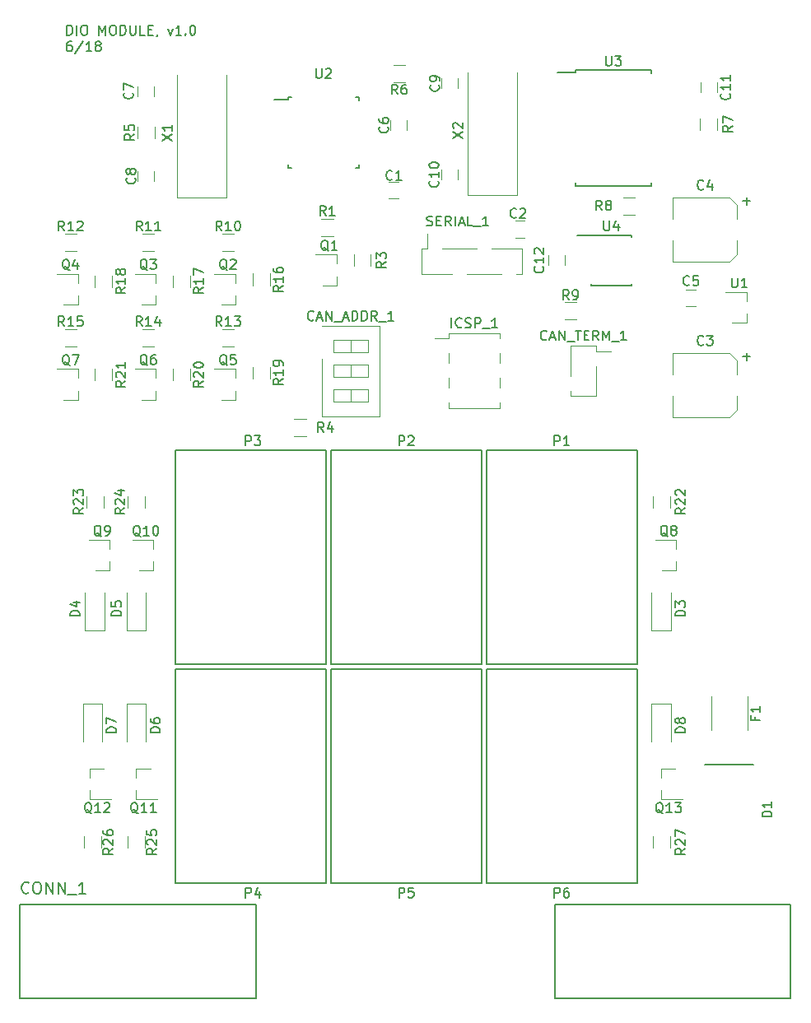
<source format=gbr>
G04 #@! TF.FileFunction,Legend,Top*
%FSLAX46Y46*%
G04 Gerber Fmt 4.6, Leading zero omitted, Abs format (unit mm)*
G04 Created by KiCad (PCBNEW 4.0.6) date 06/08/18 14:18:22*
%MOMM*%
%LPD*%
G01*
G04 APERTURE LIST*
%ADD10C,0.100000*%
%ADD11C,0.150000*%
%ADD12C,0.120000*%
G04 APERTURE END LIST*
D10*
D11*
X111638095Y-42227381D02*
X111638095Y-41227381D01*
X111876190Y-41227381D01*
X112019048Y-41275000D01*
X112114286Y-41370238D01*
X112161905Y-41465476D01*
X112209524Y-41655952D01*
X112209524Y-41798810D01*
X112161905Y-41989286D01*
X112114286Y-42084524D01*
X112019048Y-42179762D01*
X111876190Y-42227381D01*
X111638095Y-42227381D01*
X112638095Y-42227381D02*
X112638095Y-41227381D01*
X113304761Y-41227381D02*
X113495238Y-41227381D01*
X113590476Y-41275000D01*
X113685714Y-41370238D01*
X113733333Y-41560714D01*
X113733333Y-41894048D01*
X113685714Y-42084524D01*
X113590476Y-42179762D01*
X113495238Y-42227381D01*
X113304761Y-42227381D01*
X113209523Y-42179762D01*
X113114285Y-42084524D01*
X113066666Y-41894048D01*
X113066666Y-41560714D01*
X113114285Y-41370238D01*
X113209523Y-41275000D01*
X113304761Y-41227381D01*
X114923809Y-42227381D02*
X114923809Y-41227381D01*
X115257143Y-41941667D01*
X115590476Y-41227381D01*
X115590476Y-42227381D01*
X116257142Y-41227381D02*
X116447619Y-41227381D01*
X116542857Y-41275000D01*
X116638095Y-41370238D01*
X116685714Y-41560714D01*
X116685714Y-41894048D01*
X116638095Y-42084524D01*
X116542857Y-42179762D01*
X116447619Y-42227381D01*
X116257142Y-42227381D01*
X116161904Y-42179762D01*
X116066666Y-42084524D01*
X116019047Y-41894048D01*
X116019047Y-41560714D01*
X116066666Y-41370238D01*
X116161904Y-41275000D01*
X116257142Y-41227381D01*
X117114285Y-42227381D02*
X117114285Y-41227381D01*
X117352380Y-41227381D01*
X117495238Y-41275000D01*
X117590476Y-41370238D01*
X117638095Y-41465476D01*
X117685714Y-41655952D01*
X117685714Y-41798810D01*
X117638095Y-41989286D01*
X117590476Y-42084524D01*
X117495238Y-42179762D01*
X117352380Y-42227381D01*
X117114285Y-42227381D01*
X118114285Y-41227381D02*
X118114285Y-42036905D01*
X118161904Y-42132143D01*
X118209523Y-42179762D01*
X118304761Y-42227381D01*
X118495238Y-42227381D01*
X118590476Y-42179762D01*
X118638095Y-42132143D01*
X118685714Y-42036905D01*
X118685714Y-41227381D01*
X119638095Y-42227381D02*
X119161904Y-42227381D01*
X119161904Y-41227381D01*
X119971428Y-41703571D02*
X120304762Y-41703571D01*
X120447619Y-42227381D02*
X119971428Y-42227381D01*
X119971428Y-41227381D01*
X120447619Y-41227381D01*
X120923809Y-42179762D02*
X120923809Y-42227381D01*
X120876190Y-42322619D01*
X120828571Y-42370238D01*
X122019047Y-41560714D02*
X122257142Y-42227381D01*
X122495238Y-41560714D01*
X123400000Y-42227381D02*
X122828571Y-42227381D01*
X123114285Y-42227381D02*
X123114285Y-41227381D01*
X123019047Y-41370238D01*
X122923809Y-41465476D01*
X122828571Y-41513095D01*
X123828571Y-42132143D02*
X123876190Y-42179762D01*
X123828571Y-42227381D01*
X123780952Y-42179762D01*
X123828571Y-42132143D01*
X123828571Y-42227381D01*
X124495237Y-41227381D02*
X124590476Y-41227381D01*
X124685714Y-41275000D01*
X124733333Y-41322619D01*
X124780952Y-41417857D01*
X124828571Y-41608333D01*
X124828571Y-41846429D01*
X124780952Y-42036905D01*
X124733333Y-42132143D01*
X124685714Y-42179762D01*
X124590476Y-42227381D01*
X124495237Y-42227381D01*
X124399999Y-42179762D01*
X124352380Y-42132143D01*
X124304761Y-42036905D01*
X124257142Y-41846429D01*
X124257142Y-41608333D01*
X124304761Y-41417857D01*
X124352380Y-41322619D01*
X124399999Y-41275000D01*
X124495237Y-41227381D01*
X112066667Y-42877381D02*
X111876190Y-42877381D01*
X111780952Y-42925000D01*
X111733333Y-42972619D01*
X111638095Y-43115476D01*
X111590476Y-43305952D01*
X111590476Y-43686905D01*
X111638095Y-43782143D01*
X111685714Y-43829762D01*
X111780952Y-43877381D01*
X111971429Y-43877381D01*
X112066667Y-43829762D01*
X112114286Y-43782143D01*
X112161905Y-43686905D01*
X112161905Y-43448810D01*
X112114286Y-43353571D01*
X112066667Y-43305952D01*
X111971429Y-43258333D01*
X111780952Y-43258333D01*
X111685714Y-43305952D01*
X111638095Y-43353571D01*
X111590476Y-43448810D01*
X113304762Y-42829762D02*
X112447619Y-44115476D01*
X114161905Y-43877381D02*
X113590476Y-43877381D01*
X113876190Y-43877381D02*
X113876190Y-42877381D01*
X113780952Y-43020238D01*
X113685714Y-43115476D01*
X113590476Y-43163095D01*
X114733333Y-43305952D02*
X114638095Y-43258333D01*
X114590476Y-43210714D01*
X114542857Y-43115476D01*
X114542857Y-43067857D01*
X114590476Y-42972619D01*
X114638095Y-42925000D01*
X114733333Y-42877381D01*
X114923810Y-42877381D01*
X115019048Y-42925000D01*
X115066667Y-42972619D01*
X115114286Y-43067857D01*
X115114286Y-43115476D01*
X115066667Y-43210714D01*
X115019048Y-43258333D01*
X114923810Y-43305952D01*
X114733333Y-43305952D01*
X114638095Y-43353571D01*
X114590476Y-43401190D01*
X114542857Y-43496429D01*
X114542857Y-43686905D01*
X114590476Y-43782143D01*
X114638095Y-43829762D01*
X114733333Y-43877381D01*
X114923810Y-43877381D01*
X115019048Y-43829762D01*
X115066667Y-43782143D01*
X115114286Y-43686905D01*
X115114286Y-43496429D01*
X115066667Y-43401190D01*
X115019048Y-43353571D01*
X114923810Y-43305952D01*
D12*
X145730000Y-57350000D02*
X144730000Y-57350000D01*
X144730000Y-59050000D02*
X145730000Y-59050000D01*
X157700000Y-63050000D02*
X158700000Y-63050000D01*
X158700000Y-61350000D02*
X157700000Y-61350000D01*
X173950000Y-74950000D02*
X173950000Y-77130000D01*
X173950000Y-81550000D02*
X173950000Y-79370000D01*
X180550000Y-75710000D02*
X180550000Y-77130000D01*
X180550000Y-80790000D02*
X180550000Y-79370000D01*
X173950000Y-74950000D02*
X179790000Y-74950000D01*
X179790000Y-74950000D02*
X180550000Y-75710000D01*
X180550000Y-80790000D02*
X179790000Y-81550000D01*
X179790000Y-81550000D02*
X173950000Y-81550000D01*
X173950000Y-58950000D02*
X173950000Y-61130000D01*
X173950000Y-65550000D02*
X173950000Y-63370000D01*
X180550000Y-59710000D02*
X180550000Y-61130000D01*
X180550000Y-64790000D02*
X180550000Y-63370000D01*
X173950000Y-58950000D02*
X179790000Y-58950000D01*
X179790000Y-58950000D02*
X180550000Y-59710000D01*
X180550000Y-64790000D02*
X179790000Y-65550000D01*
X179790000Y-65550000D02*
X173950000Y-65550000D01*
X175290000Y-70150000D02*
X176290000Y-70150000D01*
X176290000Y-68450000D02*
X175290000Y-68450000D01*
X144900000Y-51000000D02*
X144900000Y-52000000D01*
X146600000Y-52000000D02*
X146600000Y-51000000D01*
X120600000Y-48500000D02*
X120600000Y-47500000D01*
X118900000Y-47500000D02*
X118900000Y-48500000D01*
X118900000Y-56250000D02*
X118900000Y-57250000D01*
X120600000Y-57250000D02*
X120600000Y-56250000D01*
X150150000Y-46700000D02*
X150150000Y-47700000D01*
X151850000Y-47700000D02*
X151850000Y-46700000D01*
X151850000Y-57100000D02*
X151850000Y-56100000D01*
X150150000Y-56100000D02*
X150150000Y-57100000D01*
X176750000Y-47100000D02*
X176750000Y-48100000D01*
X178450000Y-48100000D02*
X178450000Y-47100000D01*
X162850000Y-65900000D02*
X162850000Y-64900000D01*
X161150000Y-64900000D02*
X161150000Y-65900000D01*
X137835000Y-72150000D02*
X143765000Y-72150000D01*
X143765000Y-72150000D02*
X143765000Y-81450000D01*
X143765000Y-81450000D02*
X137835000Y-81450000D01*
X137835000Y-81450000D02*
X137835000Y-75530000D01*
X138990000Y-73625000D02*
X138990000Y-74895000D01*
X138990000Y-74895000D02*
X142610000Y-74895000D01*
X142610000Y-74895000D02*
X142610000Y-73625000D01*
X142610000Y-73625000D02*
X138990000Y-73625000D01*
X140800000Y-73625000D02*
X140800000Y-74895000D01*
X138990000Y-76165000D02*
X138990000Y-77435000D01*
X138990000Y-77435000D02*
X142610000Y-77435000D01*
X142610000Y-77435000D02*
X142610000Y-76165000D01*
X142610000Y-76165000D02*
X138990000Y-76165000D01*
X140800000Y-76165000D02*
X140800000Y-77435000D01*
X138990000Y-78705000D02*
X138990000Y-79975000D01*
X138990000Y-79975000D02*
X142610000Y-79975000D01*
X142610000Y-79975000D02*
X142610000Y-78705000D01*
X142610000Y-78705000D02*
X138990000Y-78705000D01*
X140800000Y-78705000D02*
X140800000Y-79975000D01*
X163410000Y-74170000D02*
X166070000Y-74170000D01*
X163410000Y-79370000D02*
X166070000Y-79370000D01*
X166070000Y-76260000D02*
X166070000Y-79370000D01*
X163410000Y-74170000D02*
X163410000Y-77280000D01*
X166070000Y-74740000D02*
X167590000Y-74740000D01*
X166070000Y-74170000D02*
X166070000Y-74740000D01*
X163410000Y-78800000D02*
X163410000Y-79370000D01*
D11*
X131051000Y-131632001D02*
X106801000Y-131632000D01*
X131051000Y-141282000D02*
X131051000Y-131632001D01*
X106801000Y-141281999D02*
X131051000Y-141282000D01*
X106801000Y-141282000D02*
X106801000Y-131632001D01*
X161801000Y-141282000D02*
X161801000Y-131632001D01*
X161801000Y-141281999D02*
X186051000Y-141282000D01*
X186051000Y-141282000D02*
X186051000Y-131632001D01*
X186051000Y-131632001D02*
X161801000Y-131632000D01*
X182250000Y-117250000D02*
X177250000Y-117250000D01*
D12*
X171750000Y-103500000D02*
X173750000Y-103500000D01*
X173750000Y-103500000D02*
X173750000Y-99600000D01*
X171750000Y-103500000D02*
X171750000Y-99600000D01*
X113500000Y-103500000D02*
X115500000Y-103500000D01*
X115500000Y-103500000D02*
X115500000Y-99600000D01*
X113500000Y-103500000D02*
X113500000Y-99600000D01*
X117750000Y-103500000D02*
X119750000Y-103500000D01*
X119750000Y-103500000D02*
X119750000Y-99600000D01*
X117750000Y-103500000D02*
X117750000Y-99600000D01*
X119750000Y-111000000D02*
X117750000Y-111000000D01*
X117750000Y-111000000D02*
X117750000Y-114900000D01*
X119750000Y-111000000D02*
X119750000Y-114900000D01*
X115250000Y-111000000D02*
X113250000Y-111000000D01*
X113250000Y-111000000D02*
X113250000Y-114900000D01*
X115250000Y-111000000D02*
X115250000Y-114900000D01*
X173750000Y-111000000D02*
X171750000Y-111000000D01*
X171750000Y-111000000D02*
X171750000Y-114900000D01*
X173750000Y-111000000D02*
X173750000Y-114900000D01*
X177870000Y-110270000D02*
X177870000Y-113730000D01*
X181630000Y-110270000D02*
X181630000Y-113730000D01*
X150900000Y-72880000D02*
X156100000Y-72880000D01*
X150900000Y-80620000D02*
X156100000Y-80620000D01*
X149460000Y-73450000D02*
X150900000Y-73450000D01*
X150900000Y-72880000D02*
X150900000Y-73450000D01*
X156100000Y-72880000D02*
X156100000Y-73450000D01*
X150900000Y-80050000D02*
X150900000Y-80620000D01*
X156100000Y-80050000D02*
X156100000Y-80620000D01*
X150900000Y-74970000D02*
X150900000Y-75990000D01*
X156100000Y-74970000D02*
X156100000Y-75990000D01*
X150900000Y-77510000D02*
X150900000Y-78530000D01*
X156100000Y-77510000D02*
X156100000Y-78530000D01*
D11*
X170282600Y-106952800D02*
X154782600Y-106952800D01*
X154782600Y-106952800D02*
X154782600Y-84952800D01*
X154782600Y-84952800D02*
X170282600Y-84952800D01*
X170282600Y-84952800D02*
X170282600Y-106952800D01*
X154282600Y-106952800D02*
X138782600Y-106952800D01*
X138782600Y-106952800D02*
X138782600Y-84952800D01*
X138782600Y-84952800D02*
X154282600Y-84952800D01*
X154282600Y-84952800D02*
X154282600Y-106952800D01*
X138282600Y-106952800D02*
X122782600Y-106952800D01*
X122782600Y-106952800D02*
X122782600Y-84952800D01*
X122782600Y-84952800D02*
X138282600Y-84952800D01*
X138282600Y-84952800D02*
X138282600Y-106952800D01*
X122782600Y-107452800D02*
X138282600Y-107452800D01*
X138282600Y-107452800D02*
X138282600Y-129452800D01*
X138282600Y-129452800D02*
X122782600Y-129452800D01*
X122782600Y-129452800D02*
X122782600Y-107452800D01*
X138782600Y-107452800D02*
X154282600Y-107452800D01*
X154282600Y-107452800D02*
X154282600Y-129452800D01*
X154282600Y-129452800D02*
X138782600Y-129452800D01*
X138782600Y-129452800D02*
X138782600Y-107452800D01*
X154782600Y-107452800D02*
X170282600Y-107452800D01*
X170282600Y-107452800D02*
X170282600Y-129452800D01*
X170282600Y-129452800D02*
X154782600Y-129452800D01*
X154782600Y-129452800D02*
X154782600Y-107452800D01*
D12*
X139360000Y-67980000D02*
X139360000Y-67050000D01*
X139360000Y-64820000D02*
X139360000Y-65750000D01*
X139360000Y-64820000D02*
X137200000Y-64820000D01*
X139360000Y-67980000D02*
X137900000Y-67980000D01*
X128950000Y-69940000D02*
X128950000Y-69010000D01*
X128950000Y-66780000D02*
X128950000Y-67710000D01*
X128950000Y-66780000D02*
X126790000Y-66780000D01*
X128950000Y-69940000D02*
X127490000Y-69940000D01*
X120750000Y-69940000D02*
X120750000Y-69010000D01*
X120750000Y-66780000D02*
X120750000Y-67710000D01*
X120750000Y-66780000D02*
X118590000Y-66780000D01*
X120750000Y-69940000D02*
X119290000Y-69940000D01*
X112750000Y-69940000D02*
X112750000Y-69010000D01*
X112750000Y-66780000D02*
X112750000Y-67710000D01*
X112750000Y-66780000D02*
X110590000Y-66780000D01*
X112750000Y-69940000D02*
X111290000Y-69940000D01*
X128950000Y-79740000D02*
X128950000Y-78810000D01*
X128950000Y-76580000D02*
X128950000Y-77510000D01*
X128950000Y-76580000D02*
X126790000Y-76580000D01*
X128950000Y-79740000D02*
X127490000Y-79740000D01*
X120750000Y-79740000D02*
X120750000Y-78810000D01*
X120750000Y-76580000D02*
X120750000Y-77510000D01*
X120750000Y-76580000D02*
X118590000Y-76580000D01*
X120750000Y-79740000D02*
X119290000Y-79740000D01*
X112750000Y-79740000D02*
X112750000Y-78810000D01*
X112750000Y-76580000D02*
X112750000Y-77510000D01*
X112750000Y-76580000D02*
X110590000Y-76580000D01*
X112750000Y-79740000D02*
X111290000Y-79740000D01*
X174260000Y-97330000D02*
X174260000Y-96400000D01*
X174260000Y-94170000D02*
X174260000Y-95100000D01*
X174260000Y-94170000D02*
X172100000Y-94170000D01*
X174260000Y-97330000D02*
X172800000Y-97330000D01*
X116010000Y-97330000D02*
X116010000Y-96400000D01*
X116010000Y-94170000D02*
X116010000Y-95100000D01*
X116010000Y-94170000D02*
X113850000Y-94170000D01*
X116010000Y-97330000D02*
X114550000Y-97330000D01*
X120510000Y-97330000D02*
X120510000Y-96400000D01*
X120510000Y-94170000D02*
X120510000Y-95100000D01*
X120510000Y-94170000D02*
X118350000Y-94170000D01*
X120510000Y-97330000D02*
X119050000Y-97330000D01*
X118740000Y-117670000D02*
X118740000Y-118600000D01*
X118740000Y-120830000D02*
X118740000Y-119900000D01*
X118740000Y-120830000D02*
X120900000Y-120830000D01*
X118740000Y-117670000D02*
X120200000Y-117670000D01*
X113990000Y-117670000D02*
X113990000Y-118600000D01*
X113990000Y-120830000D02*
X113990000Y-119900000D01*
X113990000Y-120830000D02*
X116150000Y-120830000D01*
X113990000Y-117670000D02*
X115450000Y-117670000D01*
X172740000Y-117670000D02*
X172740000Y-118600000D01*
X172740000Y-120830000D02*
X172740000Y-119900000D01*
X172740000Y-120830000D02*
X174900000Y-120830000D01*
X172740000Y-117670000D02*
X174200000Y-117670000D01*
X139000000Y-62880000D02*
X137800000Y-62880000D01*
X137800000Y-61120000D02*
X139000000Y-61120000D01*
X142880000Y-64800000D02*
X142880000Y-66000000D01*
X141120000Y-66000000D02*
X141120000Y-64800000D01*
X135000000Y-81720000D02*
X136200000Y-81720000D01*
X136200000Y-83480000D02*
X135000000Y-83480000D01*
X120630000Y-51650000D02*
X120630000Y-52850000D01*
X118870000Y-52850000D02*
X118870000Y-51650000D01*
X145200000Y-45320000D02*
X146400000Y-45320000D01*
X146400000Y-47080000D02*
X145200000Y-47080000D01*
X178480000Y-50800000D02*
X178480000Y-52000000D01*
X176720000Y-52000000D02*
X176720000Y-50800000D01*
X170000000Y-60680000D02*
X168800000Y-60680000D01*
X168800000Y-58920000D02*
X170000000Y-58920000D01*
X162800000Y-69720000D02*
X164000000Y-69720000D01*
X164000000Y-71480000D02*
X162800000Y-71480000D01*
X128790000Y-64440000D02*
X127590000Y-64440000D01*
X127590000Y-62680000D02*
X128790000Y-62680000D01*
X120590000Y-64440000D02*
X119390000Y-64440000D01*
X119390000Y-62680000D02*
X120590000Y-62680000D01*
X112590000Y-64440000D02*
X111390000Y-64440000D01*
X111390000Y-62680000D02*
X112590000Y-62680000D01*
X128790000Y-74240000D02*
X127590000Y-74240000D01*
X127590000Y-72480000D02*
X128790000Y-72480000D01*
X120590000Y-74240000D02*
X119390000Y-74240000D01*
X119390000Y-72480000D02*
X120590000Y-72480000D01*
X112590000Y-74240000D02*
X111390000Y-74240000D01*
X111390000Y-72480000D02*
X112590000Y-72480000D01*
X132470000Y-66760000D02*
X132470000Y-67960000D01*
X130710000Y-67960000D02*
X130710000Y-66760000D01*
X124270000Y-66960000D02*
X124270000Y-68160000D01*
X122510000Y-68160000D02*
X122510000Y-66960000D01*
X116270000Y-66960000D02*
X116270000Y-68160000D01*
X114510000Y-68160000D02*
X114510000Y-66960000D01*
X132470000Y-76360000D02*
X132470000Y-77560000D01*
X130710000Y-77560000D02*
X130710000Y-76360000D01*
X124270000Y-76560000D02*
X124270000Y-77760000D01*
X122510000Y-77760000D02*
X122510000Y-76560000D01*
X116270000Y-76560000D02*
X116270000Y-77760000D01*
X114510000Y-77760000D02*
X114510000Y-76560000D01*
X173630000Y-89650000D02*
X173630000Y-90850000D01*
X171870000Y-90850000D02*
X171870000Y-89650000D01*
X115380000Y-89650000D02*
X115380000Y-90850000D01*
X113620000Y-90850000D02*
X113620000Y-89650000D01*
X119630000Y-89650000D02*
X119630000Y-90850000D01*
X117870000Y-90850000D02*
X117870000Y-89650000D01*
X117870000Y-125850000D02*
X117870000Y-124650000D01*
X119630000Y-124650000D02*
X119630000Y-125850000D01*
X113370000Y-125850000D02*
X113370000Y-124650000D01*
X115130000Y-124650000D02*
X115130000Y-125850000D01*
X171870000Y-125850000D02*
X171870000Y-124650000D01*
X173630000Y-124650000D02*
X173630000Y-125850000D01*
X148110000Y-66830000D02*
X148110000Y-64170000D01*
X158390000Y-66830000D02*
X158390000Y-64170000D01*
X150200000Y-64170000D02*
X153760000Y-64170000D01*
X155280000Y-64170000D02*
X158390000Y-64170000D01*
X148110000Y-66830000D02*
X151220000Y-66830000D01*
X148680000Y-64170000D02*
X148680000Y-62650000D01*
X148110000Y-64170000D02*
X148680000Y-64170000D01*
X157820000Y-66830000D02*
X158390000Y-66830000D01*
X152740000Y-66830000D02*
X156300000Y-66830000D01*
X181510000Y-71830000D02*
X181510000Y-70900000D01*
X181510000Y-68670000D02*
X181510000Y-69600000D01*
X181510000Y-68670000D02*
X179350000Y-68670000D01*
X181510000Y-71830000D02*
X180050000Y-71830000D01*
D11*
X134375000Y-48625000D02*
X134375000Y-48850000D01*
X141625000Y-48625000D02*
X141625000Y-48950000D01*
X141625000Y-55875000D02*
X141625000Y-55550000D01*
X134375000Y-55875000D02*
X134375000Y-55550000D01*
X134375000Y-48625000D02*
X134700000Y-48625000D01*
X134375000Y-55875000D02*
X134700000Y-55875000D01*
X141625000Y-55875000D02*
X141300000Y-55875000D01*
X141625000Y-48625000D02*
X141300000Y-48625000D01*
X134375000Y-48850000D02*
X132950000Y-48850000D01*
X163925000Y-45850000D02*
X163925000Y-46100000D01*
X171675000Y-45850000D02*
X171675000Y-46195000D01*
X171675000Y-57750000D02*
X171675000Y-57405000D01*
X163925000Y-57750000D02*
X163925000Y-57405000D01*
X163925000Y-45850000D02*
X171675000Y-45850000D01*
X163925000Y-57750000D02*
X171675000Y-57750000D01*
X163925000Y-46100000D02*
X162100000Y-46100000D01*
X165525000Y-62825000D02*
X165525000Y-62875000D01*
X169675000Y-62825000D02*
X169675000Y-62970000D01*
X169675000Y-67975000D02*
X169675000Y-67830000D01*
X165525000Y-67975000D02*
X165525000Y-67830000D01*
X165525000Y-62825000D02*
X169675000Y-62825000D01*
X165525000Y-67975000D02*
X169675000Y-67975000D01*
X165525000Y-62875000D02*
X164125000Y-62875000D01*
D12*
X122950000Y-46350000D02*
X122950000Y-58950000D01*
X122950000Y-58950000D02*
X128050000Y-58950000D01*
X128050000Y-58950000D02*
X128050000Y-46350000D01*
X152850000Y-46100000D02*
X152850000Y-58700000D01*
X152850000Y-58700000D02*
X157950000Y-58700000D01*
X157950000Y-58700000D02*
X157950000Y-46100000D01*
D11*
X145063334Y-57057143D02*
X145015715Y-57104762D01*
X144872858Y-57152381D01*
X144777620Y-57152381D01*
X144634762Y-57104762D01*
X144539524Y-57009524D01*
X144491905Y-56914286D01*
X144444286Y-56723810D01*
X144444286Y-56580952D01*
X144491905Y-56390476D01*
X144539524Y-56295238D01*
X144634762Y-56200000D01*
X144777620Y-56152381D01*
X144872858Y-56152381D01*
X145015715Y-56200000D01*
X145063334Y-56247619D01*
X146015715Y-57152381D02*
X145444286Y-57152381D01*
X145730000Y-57152381D02*
X145730000Y-56152381D01*
X145634762Y-56295238D01*
X145539524Y-56390476D01*
X145444286Y-56438095D01*
X157833334Y-60957143D02*
X157785715Y-61004762D01*
X157642858Y-61052381D01*
X157547620Y-61052381D01*
X157404762Y-61004762D01*
X157309524Y-60909524D01*
X157261905Y-60814286D01*
X157214286Y-60623810D01*
X157214286Y-60480952D01*
X157261905Y-60290476D01*
X157309524Y-60195238D01*
X157404762Y-60100000D01*
X157547620Y-60052381D01*
X157642858Y-60052381D01*
X157785715Y-60100000D01*
X157833334Y-60147619D01*
X158214286Y-60147619D02*
X158261905Y-60100000D01*
X158357143Y-60052381D01*
X158595239Y-60052381D01*
X158690477Y-60100000D01*
X158738096Y-60147619D01*
X158785715Y-60242857D01*
X158785715Y-60338095D01*
X158738096Y-60480952D01*
X158166667Y-61052381D01*
X158785715Y-61052381D01*
X177083334Y-74047143D02*
X177035715Y-74094762D01*
X176892858Y-74142381D01*
X176797620Y-74142381D01*
X176654762Y-74094762D01*
X176559524Y-73999524D01*
X176511905Y-73904286D01*
X176464286Y-73713810D01*
X176464286Y-73570952D01*
X176511905Y-73380476D01*
X176559524Y-73285238D01*
X176654762Y-73190000D01*
X176797620Y-73142381D01*
X176892858Y-73142381D01*
X177035715Y-73190000D01*
X177083334Y-73237619D01*
X177416667Y-73142381D02*
X178035715Y-73142381D01*
X177702381Y-73523333D01*
X177845239Y-73523333D01*
X177940477Y-73570952D01*
X177988096Y-73618571D01*
X178035715Y-73713810D01*
X178035715Y-73951905D01*
X177988096Y-74047143D01*
X177940477Y-74094762D01*
X177845239Y-74142381D01*
X177559524Y-74142381D01*
X177464286Y-74094762D01*
X177416667Y-74047143D01*
X181149048Y-75311429D02*
X181910953Y-75311429D01*
X181530001Y-75692381D02*
X181530001Y-74930476D01*
X177083334Y-58047143D02*
X177035715Y-58094762D01*
X176892858Y-58142381D01*
X176797620Y-58142381D01*
X176654762Y-58094762D01*
X176559524Y-57999524D01*
X176511905Y-57904286D01*
X176464286Y-57713810D01*
X176464286Y-57570952D01*
X176511905Y-57380476D01*
X176559524Y-57285238D01*
X176654762Y-57190000D01*
X176797620Y-57142381D01*
X176892858Y-57142381D01*
X177035715Y-57190000D01*
X177083334Y-57237619D01*
X177940477Y-57475714D02*
X177940477Y-58142381D01*
X177702381Y-57094762D02*
X177464286Y-57809048D01*
X178083334Y-57809048D01*
X181149048Y-59311429D02*
X181910953Y-59311429D01*
X181530001Y-59692381D02*
X181530001Y-58930476D01*
X175623334Y-67907143D02*
X175575715Y-67954762D01*
X175432858Y-68002381D01*
X175337620Y-68002381D01*
X175194762Y-67954762D01*
X175099524Y-67859524D01*
X175051905Y-67764286D01*
X175004286Y-67573810D01*
X175004286Y-67430952D01*
X175051905Y-67240476D01*
X175099524Y-67145238D01*
X175194762Y-67050000D01*
X175337620Y-67002381D01*
X175432858Y-67002381D01*
X175575715Y-67050000D01*
X175623334Y-67097619D01*
X176528096Y-67002381D02*
X176051905Y-67002381D01*
X176004286Y-67478571D01*
X176051905Y-67430952D01*
X176147143Y-67383333D01*
X176385239Y-67383333D01*
X176480477Y-67430952D01*
X176528096Y-67478571D01*
X176575715Y-67573810D01*
X176575715Y-67811905D01*
X176528096Y-67907143D01*
X176480477Y-67954762D01*
X176385239Y-68002381D01*
X176147143Y-68002381D01*
X176051905Y-67954762D01*
X176004286Y-67907143D01*
X144607143Y-51666666D02*
X144654762Y-51714285D01*
X144702381Y-51857142D01*
X144702381Y-51952380D01*
X144654762Y-52095238D01*
X144559524Y-52190476D01*
X144464286Y-52238095D01*
X144273810Y-52285714D01*
X144130952Y-52285714D01*
X143940476Y-52238095D01*
X143845238Y-52190476D01*
X143750000Y-52095238D01*
X143702381Y-51952380D01*
X143702381Y-51857142D01*
X143750000Y-51714285D01*
X143797619Y-51666666D01*
X143702381Y-50809523D02*
X143702381Y-51000000D01*
X143750000Y-51095238D01*
X143797619Y-51142857D01*
X143940476Y-51238095D01*
X144130952Y-51285714D01*
X144511905Y-51285714D01*
X144607143Y-51238095D01*
X144654762Y-51190476D01*
X144702381Y-51095238D01*
X144702381Y-50904761D01*
X144654762Y-50809523D01*
X144607143Y-50761904D01*
X144511905Y-50714285D01*
X144273810Y-50714285D01*
X144178571Y-50761904D01*
X144130952Y-50809523D01*
X144083333Y-50904761D01*
X144083333Y-51095238D01*
X144130952Y-51190476D01*
X144178571Y-51238095D01*
X144273810Y-51285714D01*
X118357143Y-48166666D02*
X118404762Y-48214285D01*
X118452381Y-48357142D01*
X118452381Y-48452380D01*
X118404762Y-48595238D01*
X118309524Y-48690476D01*
X118214286Y-48738095D01*
X118023810Y-48785714D01*
X117880952Y-48785714D01*
X117690476Y-48738095D01*
X117595238Y-48690476D01*
X117500000Y-48595238D01*
X117452381Y-48452380D01*
X117452381Y-48357142D01*
X117500000Y-48214285D01*
X117547619Y-48166666D01*
X117452381Y-47833333D02*
X117452381Y-47166666D01*
X118452381Y-47595238D01*
X118607143Y-56916666D02*
X118654762Y-56964285D01*
X118702381Y-57107142D01*
X118702381Y-57202380D01*
X118654762Y-57345238D01*
X118559524Y-57440476D01*
X118464286Y-57488095D01*
X118273810Y-57535714D01*
X118130952Y-57535714D01*
X117940476Y-57488095D01*
X117845238Y-57440476D01*
X117750000Y-57345238D01*
X117702381Y-57202380D01*
X117702381Y-57107142D01*
X117750000Y-56964285D01*
X117797619Y-56916666D01*
X118130952Y-56345238D02*
X118083333Y-56440476D01*
X118035714Y-56488095D01*
X117940476Y-56535714D01*
X117892857Y-56535714D01*
X117797619Y-56488095D01*
X117750000Y-56440476D01*
X117702381Y-56345238D01*
X117702381Y-56154761D01*
X117750000Y-56059523D01*
X117797619Y-56011904D01*
X117892857Y-55964285D01*
X117940476Y-55964285D01*
X118035714Y-56011904D01*
X118083333Y-56059523D01*
X118130952Y-56154761D01*
X118130952Y-56345238D01*
X118178571Y-56440476D01*
X118226190Y-56488095D01*
X118321429Y-56535714D01*
X118511905Y-56535714D01*
X118607143Y-56488095D01*
X118654762Y-56440476D01*
X118702381Y-56345238D01*
X118702381Y-56154761D01*
X118654762Y-56059523D01*
X118607143Y-56011904D01*
X118511905Y-55964285D01*
X118321429Y-55964285D01*
X118226190Y-56011904D01*
X118178571Y-56059523D01*
X118130952Y-56154761D01*
X149857143Y-47366666D02*
X149904762Y-47414285D01*
X149952381Y-47557142D01*
X149952381Y-47652380D01*
X149904762Y-47795238D01*
X149809524Y-47890476D01*
X149714286Y-47938095D01*
X149523810Y-47985714D01*
X149380952Y-47985714D01*
X149190476Y-47938095D01*
X149095238Y-47890476D01*
X149000000Y-47795238D01*
X148952381Y-47652380D01*
X148952381Y-47557142D01*
X149000000Y-47414285D01*
X149047619Y-47366666D01*
X149952381Y-46890476D02*
X149952381Y-46700000D01*
X149904762Y-46604761D01*
X149857143Y-46557142D01*
X149714286Y-46461904D01*
X149523810Y-46414285D01*
X149142857Y-46414285D01*
X149047619Y-46461904D01*
X149000000Y-46509523D01*
X148952381Y-46604761D01*
X148952381Y-46795238D01*
X149000000Y-46890476D01*
X149047619Y-46938095D01*
X149142857Y-46985714D01*
X149380952Y-46985714D01*
X149476190Y-46938095D01*
X149523810Y-46890476D01*
X149571429Y-46795238D01*
X149571429Y-46604761D01*
X149523810Y-46509523D01*
X149476190Y-46461904D01*
X149380952Y-46414285D01*
X149757143Y-57242857D02*
X149804762Y-57290476D01*
X149852381Y-57433333D01*
X149852381Y-57528571D01*
X149804762Y-57671429D01*
X149709524Y-57766667D01*
X149614286Y-57814286D01*
X149423810Y-57861905D01*
X149280952Y-57861905D01*
X149090476Y-57814286D01*
X148995238Y-57766667D01*
X148900000Y-57671429D01*
X148852381Y-57528571D01*
X148852381Y-57433333D01*
X148900000Y-57290476D01*
X148947619Y-57242857D01*
X149852381Y-56290476D02*
X149852381Y-56861905D01*
X149852381Y-56576191D02*
X148852381Y-56576191D01*
X148995238Y-56671429D01*
X149090476Y-56766667D01*
X149138095Y-56861905D01*
X148852381Y-55671429D02*
X148852381Y-55576190D01*
X148900000Y-55480952D01*
X148947619Y-55433333D01*
X149042857Y-55385714D01*
X149233333Y-55338095D01*
X149471429Y-55338095D01*
X149661905Y-55385714D01*
X149757143Y-55433333D01*
X149804762Y-55480952D01*
X149852381Y-55576190D01*
X149852381Y-55671429D01*
X149804762Y-55766667D01*
X149757143Y-55814286D01*
X149661905Y-55861905D01*
X149471429Y-55909524D01*
X149233333Y-55909524D01*
X149042857Y-55861905D01*
X148947619Y-55814286D01*
X148900000Y-55766667D01*
X148852381Y-55671429D01*
X179757143Y-48242857D02*
X179804762Y-48290476D01*
X179852381Y-48433333D01*
X179852381Y-48528571D01*
X179804762Y-48671429D01*
X179709524Y-48766667D01*
X179614286Y-48814286D01*
X179423810Y-48861905D01*
X179280952Y-48861905D01*
X179090476Y-48814286D01*
X178995238Y-48766667D01*
X178900000Y-48671429D01*
X178852381Y-48528571D01*
X178852381Y-48433333D01*
X178900000Y-48290476D01*
X178947619Y-48242857D01*
X179852381Y-47290476D02*
X179852381Y-47861905D01*
X179852381Y-47576191D02*
X178852381Y-47576191D01*
X178995238Y-47671429D01*
X179090476Y-47766667D01*
X179138095Y-47861905D01*
X179852381Y-46338095D02*
X179852381Y-46909524D01*
X179852381Y-46623810D02*
X178852381Y-46623810D01*
X178995238Y-46719048D01*
X179090476Y-46814286D01*
X179138095Y-46909524D01*
X160557143Y-66042857D02*
X160604762Y-66090476D01*
X160652381Y-66233333D01*
X160652381Y-66328571D01*
X160604762Y-66471429D01*
X160509524Y-66566667D01*
X160414286Y-66614286D01*
X160223810Y-66661905D01*
X160080952Y-66661905D01*
X159890476Y-66614286D01*
X159795238Y-66566667D01*
X159700000Y-66471429D01*
X159652381Y-66328571D01*
X159652381Y-66233333D01*
X159700000Y-66090476D01*
X159747619Y-66042857D01*
X160652381Y-65090476D02*
X160652381Y-65661905D01*
X160652381Y-65376191D02*
X159652381Y-65376191D01*
X159795238Y-65471429D01*
X159890476Y-65566667D01*
X159938095Y-65661905D01*
X159747619Y-64709524D02*
X159700000Y-64661905D01*
X159652381Y-64566667D01*
X159652381Y-64328571D01*
X159700000Y-64233333D01*
X159747619Y-64185714D01*
X159842857Y-64138095D01*
X159938095Y-64138095D01*
X160080952Y-64185714D01*
X160652381Y-64757143D01*
X160652381Y-64138095D01*
X136990476Y-71507143D02*
X136942857Y-71554762D01*
X136800000Y-71602381D01*
X136704762Y-71602381D01*
X136561904Y-71554762D01*
X136466666Y-71459524D01*
X136419047Y-71364286D01*
X136371428Y-71173810D01*
X136371428Y-71030952D01*
X136419047Y-70840476D01*
X136466666Y-70745238D01*
X136561904Y-70650000D01*
X136704762Y-70602381D01*
X136800000Y-70602381D01*
X136942857Y-70650000D01*
X136990476Y-70697619D01*
X137371428Y-71316667D02*
X137847619Y-71316667D01*
X137276190Y-71602381D02*
X137609523Y-70602381D01*
X137942857Y-71602381D01*
X138276190Y-71602381D02*
X138276190Y-70602381D01*
X138847619Y-71602381D01*
X138847619Y-70602381D01*
X139085714Y-71697619D02*
X139847619Y-71697619D01*
X140038095Y-71316667D02*
X140514286Y-71316667D01*
X139942857Y-71602381D02*
X140276190Y-70602381D01*
X140609524Y-71602381D01*
X140942857Y-71602381D02*
X140942857Y-70602381D01*
X141180952Y-70602381D01*
X141323810Y-70650000D01*
X141419048Y-70745238D01*
X141466667Y-70840476D01*
X141514286Y-71030952D01*
X141514286Y-71173810D01*
X141466667Y-71364286D01*
X141419048Y-71459524D01*
X141323810Y-71554762D01*
X141180952Y-71602381D01*
X140942857Y-71602381D01*
X141942857Y-71602381D02*
X141942857Y-70602381D01*
X142180952Y-70602381D01*
X142323810Y-70650000D01*
X142419048Y-70745238D01*
X142466667Y-70840476D01*
X142514286Y-71030952D01*
X142514286Y-71173810D01*
X142466667Y-71364286D01*
X142419048Y-71459524D01*
X142323810Y-71554762D01*
X142180952Y-71602381D01*
X141942857Y-71602381D01*
X143514286Y-71602381D02*
X143180952Y-71126190D01*
X142942857Y-71602381D02*
X142942857Y-70602381D01*
X143323810Y-70602381D01*
X143419048Y-70650000D01*
X143466667Y-70697619D01*
X143514286Y-70792857D01*
X143514286Y-70935714D01*
X143466667Y-71030952D01*
X143419048Y-71078571D01*
X143323810Y-71126190D01*
X142942857Y-71126190D01*
X143704762Y-71697619D02*
X144466667Y-71697619D01*
X145228572Y-71602381D02*
X144657143Y-71602381D01*
X144942857Y-71602381D02*
X144942857Y-70602381D01*
X144847619Y-70745238D01*
X144752381Y-70840476D01*
X144657143Y-70888095D01*
X160954286Y-73527143D02*
X160906667Y-73574762D01*
X160763810Y-73622381D01*
X160668572Y-73622381D01*
X160525714Y-73574762D01*
X160430476Y-73479524D01*
X160382857Y-73384286D01*
X160335238Y-73193810D01*
X160335238Y-73050952D01*
X160382857Y-72860476D01*
X160430476Y-72765238D01*
X160525714Y-72670000D01*
X160668572Y-72622381D01*
X160763810Y-72622381D01*
X160906667Y-72670000D01*
X160954286Y-72717619D01*
X161335238Y-73336667D02*
X161811429Y-73336667D01*
X161240000Y-73622381D02*
X161573333Y-72622381D01*
X161906667Y-73622381D01*
X162240000Y-73622381D02*
X162240000Y-72622381D01*
X162811429Y-73622381D01*
X162811429Y-72622381D01*
X163049524Y-73717619D02*
X163811429Y-73717619D01*
X163906667Y-72622381D02*
X164478096Y-72622381D01*
X164192381Y-73622381D02*
X164192381Y-72622381D01*
X164811429Y-73098571D02*
X165144763Y-73098571D01*
X165287620Y-73622381D02*
X164811429Y-73622381D01*
X164811429Y-72622381D01*
X165287620Y-72622381D01*
X166287620Y-73622381D02*
X165954286Y-73146190D01*
X165716191Y-73622381D02*
X165716191Y-72622381D01*
X166097144Y-72622381D01*
X166192382Y-72670000D01*
X166240001Y-72717619D01*
X166287620Y-72812857D01*
X166287620Y-72955714D01*
X166240001Y-73050952D01*
X166192382Y-73098571D01*
X166097144Y-73146190D01*
X165716191Y-73146190D01*
X166716191Y-73622381D02*
X166716191Y-72622381D01*
X167049525Y-73336667D01*
X167382858Y-72622381D01*
X167382858Y-73622381D01*
X167620953Y-73717619D02*
X168382858Y-73717619D01*
X169144763Y-73622381D02*
X168573334Y-73622381D01*
X168859048Y-73622381D02*
X168859048Y-72622381D01*
X168763810Y-72765238D01*
X168668572Y-72860476D01*
X168573334Y-72908095D01*
X107707143Y-130428571D02*
X107650000Y-130485714D01*
X107478571Y-130542857D01*
X107364285Y-130542857D01*
X107192857Y-130485714D01*
X107078571Y-130371429D01*
X107021428Y-130257143D01*
X106964285Y-130028571D01*
X106964285Y-129857143D01*
X107021428Y-129628571D01*
X107078571Y-129514286D01*
X107192857Y-129400000D01*
X107364285Y-129342857D01*
X107478571Y-129342857D01*
X107650000Y-129400000D01*
X107707143Y-129457143D01*
X108450000Y-129342857D02*
X108678571Y-129342857D01*
X108792857Y-129400000D01*
X108907143Y-129514286D01*
X108964285Y-129742857D01*
X108964285Y-130142857D01*
X108907143Y-130371429D01*
X108792857Y-130485714D01*
X108678571Y-130542857D01*
X108450000Y-130542857D01*
X108335714Y-130485714D01*
X108221428Y-130371429D01*
X108164285Y-130142857D01*
X108164285Y-129742857D01*
X108221428Y-129514286D01*
X108335714Y-129400000D01*
X108450000Y-129342857D01*
X109478571Y-130542857D02*
X109478571Y-129342857D01*
X110164286Y-130542857D01*
X110164286Y-129342857D01*
X110735714Y-130542857D02*
X110735714Y-129342857D01*
X111421429Y-130542857D01*
X111421429Y-129342857D01*
X111707143Y-130657143D02*
X112621429Y-130657143D01*
X113535715Y-130542857D02*
X112850000Y-130542857D01*
X113192858Y-130542857D02*
X113192858Y-129342857D01*
X113078572Y-129514286D01*
X112964286Y-129628571D01*
X112850000Y-129685714D01*
X184102381Y-122638095D02*
X183102381Y-122638095D01*
X183102381Y-122400000D01*
X183150000Y-122257142D01*
X183245238Y-122161904D01*
X183340476Y-122114285D01*
X183530952Y-122066666D01*
X183673810Y-122066666D01*
X183864286Y-122114285D01*
X183959524Y-122161904D01*
X184054762Y-122257142D01*
X184102381Y-122400000D01*
X184102381Y-122638095D01*
X184102381Y-121114285D02*
X184102381Y-121685714D01*
X184102381Y-121400000D02*
X183102381Y-121400000D01*
X183245238Y-121495238D01*
X183340476Y-121590476D01*
X183388095Y-121685714D01*
X175202381Y-101988095D02*
X174202381Y-101988095D01*
X174202381Y-101750000D01*
X174250000Y-101607142D01*
X174345238Y-101511904D01*
X174440476Y-101464285D01*
X174630952Y-101416666D01*
X174773810Y-101416666D01*
X174964286Y-101464285D01*
X175059524Y-101511904D01*
X175154762Y-101607142D01*
X175202381Y-101750000D01*
X175202381Y-101988095D01*
X174202381Y-101083333D02*
X174202381Y-100464285D01*
X174583333Y-100797619D01*
X174583333Y-100654761D01*
X174630952Y-100559523D01*
X174678571Y-100511904D01*
X174773810Y-100464285D01*
X175011905Y-100464285D01*
X175107143Y-100511904D01*
X175154762Y-100559523D01*
X175202381Y-100654761D01*
X175202381Y-100940476D01*
X175154762Y-101035714D01*
X175107143Y-101083333D01*
X112952381Y-101988095D02*
X111952381Y-101988095D01*
X111952381Y-101750000D01*
X112000000Y-101607142D01*
X112095238Y-101511904D01*
X112190476Y-101464285D01*
X112380952Y-101416666D01*
X112523810Y-101416666D01*
X112714286Y-101464285D01*
X112809524Y-101511904D01*
X112904762Y-101607142D01*
X112952381Y-101750000D01*
X112952381Y-101988095D01*
X112285714Y-100559523D02*
X112952381Y-100559523D01*
X111904762Y-100797619D02*
X112619048Y-101035714D01*
X112619048Y-100416666D01*
X117202381Y-101988095D02*
X116202381Y-101988095D01*
X116202381Y-101750000D01*
X116250000Y-101607142D01*
X116345238Y-101511904D01*
X116440476Y-101464285D01*
X116630952Y-101416666D01*
X116773810Y-101416666D01*
X116964286Y-101464285D01*
X117059524Y-101511904D01*
X117154762Y-101607142D01*
X117202381Y-101750000D01*
X117202381Y-101988095D01*
X116202381Y-100511904D02*
X116202381Y-100988095D01*
X116678571Y-101035714D01*
X116630952Y-100988095D01*
X116583333Y-100892857D01*
X116583333Y-100654761D01*
X116630952Y-100559523D01*
X116678571Y-100511904D01*
X116773810Y-100464285D01*
X117011905Y-100464285D01*
X117107143Y-100511904D01*
X117154762Y-100559523D01*
X117202381Y-100654761D01*
X117202381Y-100892857D01*
X117154762Y-100988095D01*
X117107143Y-101035714D01*
X121202381Y-113988095D02*
X120202381Y-113988095D01*
X120202381Y-113750000D01*
X120250000Y-113607142D01*
X120345238Y-113511904D01*
X120440476Y-113464285D01*
X120630952Y-113416666D01*
X120773810Y-113416666D01*
X120964286Y-113464285D01*
X121059524Y-113511904D01*
X121154762Y-113607142D01*
X121202381Y-113750000D01*
X121202381Y-113988095D01*
X120202381Y-112559523D02*
X120202381Y-112750000D01*
X120250000Y-112845238D01*
X120297619Y-112892857D01*
X120440476Y-112988095D01*
X120630952Y-113035714D01*
X121011905Y-113035714D01*
X121107143Y-112988095D01*
X121154762Y-112940476D01*
X121202381Y-112845238D01*
X121202381Y-112654761D01*
X121154762Y-112559523D01*
X121107143Y-112511904D01*
X121011905Y-112464285D01*
X120773810Y-112464285D01*
X120678571Y-112511904D01*
X120630952Y-112559523D01*
X120583333Y-112654761D01*
X120583333Y-112845238D01*
X120630952Y-112940476D01*
X120678571Y-112988095D01*
X120773810Y-113035714D01*
X116702381Y-113988095D02*
X115702381Y-113988095D01*
X115702381Y-113750000D01*
X115750000Y-113607142D01*
X115845238Y-113511904D01*
X115940476Y-113464285D01*
X116130952Y-113416666D01*
X116273810Y-113416666D01*
X116464286Y-113464285D01*
X116559524Y-113511904D01*
X116654762Y-113607142D01*
X116702381Y-113750000D01*
X116702381Y-113988095D01*
X115702381Y-113083333D02*
X115702381Y-112416666D01*
X116702381Y-112845238D01*
X175202381Y-113988095D02*
X174202381Y-113988095D01*
X174202381Y-113750000D01*
X174250000Y-113607142D01*
X174345238Y-113511904D01*
X174440476Y-113464285D01*
X174630952Y-113416666D01*
X174773810Y-113416666D01*
X174964286Y-113464285D01*
X175059524Y-113511904D01*
X175154762Y-113607142D01*
X175202381Y-113750000D01*
X175202381Y-113988095D01*
X174630952Y-112845238D02*
X174583333Y-112940476D01*
X174535714Y-112988095D01*
X174440476Y-113035714D01*
X174392857Y-113035714D01*
X174297619Y-112988095D01*
X174250000Y-112940476D01*
X174202381Y-112845238D01*
X174202381Y-112654761D01*
X174250000Y-112559523D01*
X174297619Y-112511904D01*
X174392857Y-112464285D01*
X174440476Y-112464285D01*
X174535714Y-112511904D01*
X174583333Y-112559523D01*
X174630952Y-112654761D01*
X174630952Y-112845238D01*
X174678571Y-112940476D01*
X174726190Y-112988095D01*
X174821429Y-113035714D01*
X175011905Y-113035714D01*
X175107143Y-112988095D01*
X175154762Y-112940476D01*
X175202381Y-112845238D01*
X175202381Y-112654761D01*
X175154762Y-112559523D01*
X175107143Y-112511904D01*
X175011905Y-112464285D01*
X174821429Y-112464285D01*
X174726190Y-112511904D01*
X174678571Y-112559523D01*
X174630952Y-112654761D01*
X182398571Y-112333333D02*
X182398571Y-112666667D01*
X182922381Y-112666667D02*
X181922381Y-112666667D01*
X181922381Y-112190476D01*
X182922381Y-111285714D02*
X182922381Y-111857143D01*
X182922381Y-111571429D02*
X181922381Y-111571429D01*
X182065238Y-111666667D01*
X182160476Y-111761905D01*
X182208095Y-111857143D01*
X151166667Y-72332381D02*
X151166667Y-71332381D01*
X152214286Y-72237143D02*
X152166667Y-72284762D01*
X152023810Y-72332381D01*
X151928572Y-72332381D01*
X151785714Y-72284762D01*
X151690476Y-72189524D01*
X151642857Y-72094286D01*
X151595238Y-71903810D01*
X151595238Y-71760952D01*
X151642857Y-71570476D01*
X151690476Y-71475238D01*
X151785714Y-71380000D01*
X151928572Y-71332381D01*
X152023810Y-71332381D01*
X152166667Y-71380000D01*
X152214286Y-71427619D01*
X152595238Y-72284762D02*
X152738095Y-72332381D01*
X152976191Y-72332381D01*
X153071429Y-72284762D01*
X153119048Y-72237143D01*
X153166667Y-72141905D01*
X153166667Y-72046667D01*
X153119048Y-71951429D01*
X153071429Y-71903810D01*
X152976191Y-71856190D01*
X152785714Y-71808571D01*
X152690476Y-71760952D01*
X152642857Y-71713333D01*
X152595238Y-71618095D01*
X152595238Y-71522857D01*
X152642857Y-71427619D01*
X152690476Y-71380000D01*
X152785714Y-71332381D01*
X153023810Y-71332381D01*
X153166667Y-71380000D01*
X153595238Y-72332381D02*
X153595238Y-71332381D01*
X153976191Y-71332381D01*
X154071429Y-71380000D01*
X154119048Y-71427619D01*
X154166667Y-71522857D01*
X154166667Y-71665714D01*
X154119048Y-71760952D01*
X154071429Y-71808571D01*
X153976191Y-71856190D01*
X153595238Y-71856190D01*
X154357143Y-72427619D02*
X155119048Y-72427619D01*
X155880953Y-72332381D02*
X155309524Y-72332381D01*
X155595238Y-72332381D02*
X155595238Y-71332381D01*
X155500000Y-71475238D01*
X155404762Y-71570476D01*
X155309524Y-71618095D01*
X161761905Y-84452381D02*
X161761905Y-83452381D01*
X162142858Y-83452381D01*
X162238096Y-83500000D01*
X162285715Y-83547619D01*
X162333334Y-83642857D01*
X162333334Y-83785714D01*
X162285715Y-83880952D01*
X162238096Y-83928571D01*
X162142858Y-83976190D01*
X161761905Y-83976190D01*
X163285715Y-84452381D02*
X162714286Y-84452381D01*
X163000000Y-84452381D02*
X163000000Y-83452381D01*
X162904762Y-83595238D01*
X162809524Y-83690476D01*
X162714286Y-83738095D01*
X145761905Y-84452381D02*
X145761905Y-83452381D01*
X146142858Y-83452381D01*
X146238096Y-83500000D01*
X146285715Y-83547619D01*
X146333334Y-83642857D01*
X146333334Y-83785714D01*
X146285715Y-83880952D01*
X146238096Y-83928571D01*
X146142858Y-83976190D01*
X145761905Y-83976190D01*
X146714286Y-83547619D02*
X146761905Y-83500000D01*
X146857143Y-83452381D01*
X147095239Y-83452381D01*
X147190477Y-83500000D01*
X147238096Y-83547619D01*
X147285715Y-83642857D01*
X147285715Y-83738095D01*
X147238096Y-83880952D01*
X146666667Y-84452381D01*
X147285715Y-84452381D01*
X130011905Y-84452381D02*
X130011905Y-83452381D01*
X130392858Y-83452381D01*
X130488096Y-83500000D01*
X130535715Y-83547619D01*
X130583334Y-83642857D01*
X130583334Y-83785714D01*
X130535715Y-83880952D01*
X130488096Y-83928571D01*
X130392858Y-83976190D01*
X130011905Y-83976190D01*
X130916667Y-83452381D02*
X131535715Y-83452381D01*
X131202381Y-83833333D01*
X131345239Y-83833333D01*
X131440477Y-83880952D01*
X131488096Y-83928571D01*
X131535715Y-84023810D01*
X131535715Y-84261905D01*
X131488096Y-84357143D01*
X131440477Y-84404762D01*
X131345239Y-84452381D01*
X131059524Y-84452381D01*
X130964286Y-84404762D01*
X130916667Y-84357143D01*
X130011905Y-130952381D02*
X130011905Y-129952381D01*
X130392858Y-129952381D01*
X130488096Y-130000000D01*
X130535715Y-130047619D01*
X130583334Y-130142857D01*
X130583334Y-130285714D01*
X130535715Y-130380952D01*
X130488096Y-130428571D01*
X130392858Y-130476190D01*
X130011905Y-130476190D01*
X131440477Y-130285714D02*
X131440477Y-130952381D01*
X131202381Y-129904762D02*
X130964286Y-130619048D01*
X131583334Y-130619048D01*
X145761905Y-130952381D02*
X145761905Y-129952381D01*
X146142858Y-129952381D01*
X146238096Y-130000000D01*
X146285715Y-130047619D01*
X146333334Y-130142857D01*
X146333334Y-130285714D01*
X146285715Y-130380952D01*
X146238096Y-130428571D01*
X146142858Y-130476190D01*
X145761905Y-130476190D01*
X147238096Y-129952381D02*
X146761905Y-129952381D01*
X146714286Y-130428571D01*
X146761905Y-130380952D01*
X146857143Y-130333333D01*
X147095239Y-130333333D01*
X147190477Y-130380952D01*
X147238096Y-130428571D01*
X147285715Y-130523810D01*
X147285715Y-130761905D01*
X147238096Y-130857143D01*
X147190477Y-130904762D01*
X147095239Y-130952381D01*
X146857143Y-130952381D01*
X146761905Y-130904762D01*
X146714286Y-130857143D01*
X161761905Y-130952381D02*
X161761905Y-129952381D01*
X162142858Y-129952381D01*
X162238096Y-130000000D01*
X162285715Y-130047619D01*
X162333334Y-130142857D01*
X162333334Y-130285714D01*
X162285715Y-130380952D01*
X162238096Y-130428571D01*
X162142858Y-130476190D01*
X161761905Y-130476190D01*
X163190477Y-129952381D02*
X163000000Y-129952381D01*
X162904762Y-130000000D01*
X162857143Y-130047619D01*
X162761905Y-130190476D01*
X162714286Y-130380952D01*
X162714286Y-130761905D01*
X162761905Y-130857143D01*
X162809524Y-130904762D01*
X162904762Y-130952381D01*
X163095239Y-130952381D01*
X163190477Y-130904762D01*
X163238096Y-130857143D01*
X163285715Y-130761905D01*
X163285715Y-130523810D01*
X163238096Y-130428571D01*
X163190477Y-130380952D01*
X163095239Y-130333333D01*
X162904762Y-130333333D01*
X162809524Y-130380952D01*
X162761905Y-130428571D01*
X162714286Y-130523810D01*
X138504762Y-64447619D02*
X138409524Y-64400000D01*
X138314286Y-64304762D01*
X138171429Y-64161905D01*
X138076190Y-64114286D01*
X137980952Y-64114286D01*
X138028571Y-64352381D02*
X137933333Y-64304762D01*
X137838095Y-64209524D01*
X137790476Y-64019048D01*
X137790476Y-63685714D01*
X137838095Y-63495238D01*
X137933333Y-63400000D01*
X138028571Y-63352381D01*
X138219048Y-63352381D01*
X138314286Y-63400000D01*
X138409524Y-63495238D01*
X138457143Y-63685714D01*
X138457143Y-64019048D01*
X138409524Y-64209524D01*
X138314286Y-64304762D01*
X138219048Y-64352381D01*
X138028571Y-64352381D01*
X139409524Y-64352381D02*
X138838095Y-64352381D01*
X139123809Y-64352381D02*
X139123809Y-63352381D01*
X139028571Y-63495238D01*
X138933333Y-63590476D01*
X138838095Y-63638095D01*
X128094762Y-66407619D02*
X127999524Y-66360000D01*
X127904286Y-66264762D01*
X127761429Y-66121905D01*
X127666190Y-66074286D01*
X127570952Y-66074286D01*
X127618571Y-66312381D02*
X127523333Y-66264762D01*
X127428095Y-66169524D01*
X127380476Y-65979048D01*
X127380476Y-65645714D01*
X127428095Y-65455238D01*
X127523333Y-65360000D01*
X127618571Y-65312381D01*
X127809048Y-65312381D01*
X127904286Y-65360000D01*
X127999524Y-65455238D01*
X128047143Y-65645714D01*
X128047143Y-65979048D01*
X127999524Y-66169524D01*
X127904286Y-66264762D01*
X127809048Y-66312381D01*
X127618571Y-66312381D01*
X128428095Y-65407619D02*
X128475714Y-65360000D01*
X128570952Y-65312381D01*
X128809048Y-65312381D01*
X128904286Y-65360000D01*
X128951905Y-65407619D01*
X128999524Y-65502857D01*
X128999524Y-65598095D01*
X128951905Y-65740952D01*
X128380476Y-66312381D01*
X128999524Y-66312381D01*
X119894762Y-66407619D02*
X119799524Y-66360000D01*
X119704286Y-66264762D01*
X119561429Y-66121905D01*
X119466190Y-66074286D01*
X119370952Y-66074286D01*
X119418571Y-66312381D02*
X119323333Y-66264762D01*
X119228095Y-66169524D01*
X119180476Y-65979048D01*
X119180476Y-65645714D01*
X119228095Y-65455238D01*
X119323333Y-65360000D01*
X119418571Y-65312381D01*
X119609048Y-65312381D01*
X119704286Y-65360000D01*
X119799524Y-65455238D01*
X119847143Y-65645714D01*
X119847143Y-65979048D01*
X119799524Y-66169524D01*
X119704286Y-66264762D01*
X119609048Y-66312381D01*
X119418571Y-66312381D01*
X120180476Y-65312381D02*
X120799524Y-65312381D01*
X120466190Y-65693333D01*
X120609048Y-65693333D01*
X120704286Y-65740952D01*
X120751905Y-65788571D01*
X120799524Y-65883810D01*
X120799524Y-66121905D01*
X120751905Y-66217143D01*
X120704286Y-66264762D01*
X120609048Y-66312381D01*
X120323333Y-66312381D01*
X120228095Y-66264762D01*
X120180476Y-66217143D01*
X111894762Y-66407619D02*
X111799524Y-66360000D01*
X111704286Y-66264762D01*
X111561429Y-66121905D01*
X111466190Y-66074286D01*
X111370952Y-66074286D01*
X111418571Y-66312381D02*
X111323333Y-66264762D01*
X111228095Y-66169524D01*
X111180476Y-65979048D01*
X111180476Y-65645714D01*
X111228095Y-65455238D01*
X111323333Y-65360000D01*
X111418571Y-65312381D01*
X111609048Y-65312381D01*
X111704286Y-65360000D01*
X111799524Y-65455238D01*
X111847143Y-65645714D01*
X111847143Y-65979048D01*
X111799524Y-66169524D01*
X111704286Y-66264762D01*
X111609048Y-66312381D01*
X111418571Y-66312381D01*
X112704286Y-65645714D02*
X112704286Y-66312381D01*
X112466190Y-65264762D02*
X112228095Y-65979048D01*
X112847143Y-65979048D01*
X128094762Y-76207619D02*
X127999524Y-76160000D01*
X127904286Y-76064762D01*
X127761429Y-75921905D01*
X127666190Y-75874286D01*
X127570952Y-75874286D01*
X127618571Y-76112381D02*
X127523333Y-76064762D01*
X127428095Y-75969524D01*
X127380476Y-75779048D01*
X127380476Y-75445714D01*
X127428095Y-75255238D01*
X127523333Y-75160000D01*
X127618571Y-75112381D01*
X127809048Y-75112381D01*
X127904286Y-75160000D01*
X127999524Y-75255238D01*
X128047143Y-75445714D01*
X128047143Y-75779048D01*
X127999524Y-75969524D01*
X127904286Y-76064762D01*
X127809048Y-76112381D01*
X127618571Y-76112381D01*
X128951905Y-75112381D02*
X128475714Y-75112381D01*
X128428095Y-75588571D01*
X128475714Y-75540952D01*
X128570952Y-75493333D01*
X128809048Y-75493333D01*
X128904286Y-75540952D01*
X128951905Y-75588571D01*
X128999524Y-75683810D01*
X128999524Y-75921905D01*
X128951905Y-76017143D01*
X128904286Y-76064762D01*
X128809048Y-76112381D01*
X128570952Y-76112381D01*
X128475714Y-76064762D01*
X128428095Y-76017143D01*
X119894762Y-76207619D02*
X119799524Y-76160000D01*
X119704286Y-76064762D01*
X119561429Y-75921905D01*
X119466190Y-75874286D01*
X119370952Y-75874286D01*
X119418571Y-76112381D02*
X119323333Y-76064762D01*
X119228095Y-75969524D01*
X119180476Y-75779048D01*
X119180476Y-75445714D01*
X119228095Y-75255238D01*
X119323333Y-75160000D01*
X119418571Y-75112381D01*
X119609048Y-75112381D01*
X119704286Y-75160000D01*
X119799524Y-75255238D01*
X119847143Y-75445714D01*
X119847143Y-75779048D01*
X119799524Y-75969524D01*
X119704286Y-76064762D01*
X119609048Y-76112381D01*
X119418571Y-76112381D01*
X120704286Y-75112381D02*
X120513809Y-75112381D01*
X120418571Y-75160000D01*
X120370952Y-75207619D01*
X120275714Y-75350476D01*
X120228095Y-75540952D01*
X120228095Y-75921905D01*
X120275714Y-76017143D01*
X120323333Y-76064762D01*
X120418571Y-76112381D01*
X120609048Y-76112381D01*
X120704286Y-76064762D01*
X120751905Y-76017143D01*
X120799524Y-75921905D01*
X120799524Y-75683810D01*
X120751905Y-75588571D01*
X120704286Y-75540952D01*
X120609048Y-75493333D01*
X120418571Y-75493333D01*
X120323333Y-75540952D01*
X120275714Y-75588571D01*
X120228095Y-75683810D01*
X111894762Y-76207619D02*
X111799524Y-76160000D01*
X111704286Y-76064762D01*
X111561429Y-75921905D01*
X111466190Y-75874286D01*
X111370952Y-75874286D01*
X111418571Y-76112381D02*
X111323333Y-76064762D01*
X111228095Y-75969524D01*
X111180476Y-75779048D01*
X111180476Y-75445714D01*
X111228095Y-75255238D01*
X111323333Y-75160000D01*
X111418571Y-75112381D01*
X111609048Y-75112381D01*
X111704286Y-75160000D01*
X111799524Y-75255238D01*
X111847143Y-75445714D01*
X111847143Y-75779048D01*
X111799524Y-75969524D01*
X111704286Y-76064762D01*
X111609048Y-76112381D01*
X111418571Y-76112381D01*
X112180476Y-75112381D02*
X112847143Y-75112381D01*
X112418571Y-76112381D01*
X173404762Y-93797619D02*
X173309524Y-93750000D01*
X173214286Y-93654762D01*
X173071429Y-93511905D01*
X172976190Y-93464286D01*
X172880952Y-93464286D01*
X172928571Y-93702381D02*
X172833333Y-93654762D01*
X172738095Y-93559524D01*
X172690476Y-93369048D01*
X172690476Y-93035714D01*
X172738095Y-92845238D01*
X172833333Y-92750000D01*
X172928571Y-92702381D01*
X173119048Y-92702381D01*
X173214286Y-92750000D01*
X173309524Y-92845238D01*
X173357143Y-93035714D01*
X173357143Y-93369048D01*
X173309524Y-93559524D01*
X173214286Y-93654762D01*
X173119048Y-93702381D01*
X172928571Y-93702381D01*
X173928571Y-93130952D02*
X173833333Y-93083333D01*
X173785714Y-93035714D01*
X173738095Y-92940476D01*
X173738095Y-92892857D01*
X173785714Y-92797619D01*
X173833333Y-92750000D01*
X173928571Y-92702381D01*
X174119048Y-92702381D01*
X174214286Y-92750000D01*
X174261905Y-92797619D01*
X174309524Y-92892857D01*
X174309524Y-92940476D01*
X174261905Y-93035714D01*
X174214286Y-93083333D01*
X174119048Y-93130952D01*
X173928571Y-93130952D01*
X173833333Y-93178571D01*
X173785714Y-93226190D01*
X173738095Y-93321429D01*
X173738095Y-93511905D01*
X173785714Y-93607143D01*
X173833333Y-93654762D01*
X173928571Y-93702381D01*
X174119048Y-93702381D01*
X174214286Y-93654762D01*
X174261905Y-93607143D01*
X174309524Y-93511905D01*
X174309524Y-93321429D01*
X174261905Y-93226190D01*
X174214286Y-93178571D01*
X174119048Y-93130952D01*
X115154762Y-93797619D02*
X115059524Y-93750000D01*
X114964286Y-93654762D01*
X114821429Y-93511905D01*
X114726190Y-93464286D01*
X114630952Y-93464286D01*
X114678571Y-93702381D02*
X114583333Y-93654762D01*
X114488095Y-93559524D01*
X114440476Y-93369048D01*
X114440476Y-93035714D01*
X114488095Y-92845238D01*
X114583333Y-92750000D01*
X114678571Y-92702381D01*
X114869048Y-92702381D01*
X114964286Y-92750000D01*
X115059524Y-92845238D01*
X115107143Y-93035714D01*
X115107143Y-93369048D01*
X115059524Y-93559524D01*
X114964286Y-93654762D01*
X114869048Y-93702381D01*
X114678571Y-93702381D01*
X115583333Y-93702381D02*
X115773809Y-93702381D01*
X115869048Y-93654762D01*
X115916667Y-93607143D01*
X116011905Y-93464286D01*
X116059524Y-93273810D01*
X116059524Y-92892857D01*
X116011905Y-92797619D01*
X115964286Y-92750000D01*
X115869048Y-92702381D01*
X115678571Y-92702381D01*
X115583333Y-92750000D01*
X115535714Y-92797619D01*
X115488095Y-92892857D01*
X115488095Y-93130952D01*
X115535714Y-93226190D01*
X115583333Y-93273810D01*
X115678571Y-93321429D01*
X115869048Y-93321429D01*
X115964286Y-93273810D01*
X116011905Y-93226190D01*
X116059524Y-93130952D01*
X119178572Y-93797619D02*
X119083334Y-93750000D01*
X118988096Y-93654762D01*
X118845239Y-93511905D01*
X118750000Y-93464286D01*
X118654762Y-93464286D01*
X118702381Y-93702381D02*
X118607143Y-93654762D01*
X118511905Y-93559524D01*
X118464286Y-93369048D01*
X118464286Y-93035714D01*
X118511905Y-92845238D01*
X118607143Y-92750000D01*
X118702381Y-92702381D01*
X118892858Y-92702381D01*
X118988096Y-92750000D01*
X119083334Y-92845238D01*
X119130953Y-93035714D01*
X119130953Y-93369048D01*
X119083334Y-93559524D01*
X118988096Y-93654762D01*
X118892858Y-93702381D01*
X118702381Y-93702381D01*
X120083334Y-93702381D02*
X119511905Y-93702381D01*
X119797619Y-93702381D02*
X119797619Y-92702381D01*
X119702381Y-92845238D01*
X119607143Y-92940476D01*
X119511905Y-92988095D01*
X120702381Y-92702381D02*
X120797620Y-92702381D01*
X120892858Y-92750000D01*
X120940477Y-92797619D01*
X120988096Y-92892857D01*
X121035715Y-93083333D01*
X121035715Y-93321429D01*
X120988096Y-93511905D01*
X120940477Y-93607143D01*
X120892858Y-93654762D01*
X120797620Y-93702381D01*
X120702381Y-93702381D01*
X120607143Y-93654762D01*
X120559524Y-93607143D01*
X120511905Y-93511905D01*
X120464286Y-93321429D01*
X120464286Y-93083333D01*
X120511905Y-92892857D01*
X120559524Y-92797619D01*
X120607143Y-92750000D01*
X120702381Y-92702381D01*
X118928572Y-122297619D02*
X118833334Y-122250000D01*
X118738096Y-122154762D01*
X118595239Y-122011905D01*
X118500000Y-121964286D01*
X118404762Y-121964286D01*
X118452381Y-122202381D02*
X118357143Y-122154762D01*
X118261905Y-122059524D01*
X118214286Y-121869048D01*
X118214286Y-121535714D01*
X118261905Y-121345238D01*
X118357143Y-121250000D01*
X118452381Y-121202381D01*
X118642858Y-121202381D01*
X118738096Y-121250000D01*
X118833334Y-121345238D01*
X118880953Y-121535714D01*
X118880953Y-121869048D01*
X118833334Y-122059524D01*
X118738096Y-122154762D01*
X118642858Y-122202381D01*
X118452381Y-122202381D01*
X119833334Y-122202381D02*
X119261905Y-122202381D01*
X119547619Y-122202381D02*
X119547619Y-121202381D01*
X119452381Y-121345238D01*
X119357143Y-121440476D01*
X119261905Y-121488095D01*
X120785715Y-122202381D02*
X120214286Y-122202381D01*
X120500000Y-122202381D02*
X120500000Y-121202381D01*
X120404762Y-121345238D01*
X120309524Y-121440476D01*
X120214286Y-121488095D01*
X114178572Y-122297619D02*
X114083334Y-122250000D01*
X113988096Y-122154762D01*
X113845239Y-122011905D01*
X113750000Y-121964286D01*
X113654762Y-121964286D01*
X113702381Y-122202381D02*
X113607143Y-122154762D01*
X113511905Y-122059524D01*
X113464286Y-121869048D01*
X113464286Y-121535714D01*
X113511905Y-121345238D01*
X113607143Y-121250000D01*
X113702381Y-121202381D01*
X113892858Y-121202381D01*
X113988096Y-121250000D01*
X114083334Y-121345238D01*
X114130953Y-121535714D01*
X114130953Y-121869048D01*
X114083334Y-122059524D01*
X113988096Y-122154762D01*
X113892858Y-122202381D01*
X113702381Y-122202381D01*
X115083334Y-122202381D02*
X114511905Y-122202381D01*
X114797619Y-122202381D02*
X114797619Y-121202381D01*
X114702381Y-121345238D01*
X114607143Y-121440476D01*
X114511905Y-121488095D01*
X115464286Y-121297619D02*
X115511905Y-121250000D01*
X115607143Y-121202381D01*
X115845239Y-121202381D01*
X115940477Y-121250000D01*
X115988096Y-121297619D01*
X116035715Y-121392857D01*
X116035715Y-121488095D01*
X115988096Y-121630952D01*
X115416667Y-122202381D01*
X116035715Y-122202381D01*
X172928572Y-122297619D02*
X172833334Y-122250000D01*
X172738096Y-122154762D01*
X172595239Y-122011905D01*
X172500000Y-121964286D01*
X172404762Y-121964286D01*
X172452381Y-122202381D02*
X172357143Y-122154762D01*
X172261905Y-122059524D01*
X172214286Y-121869048D01*
X172214286Y-121535714D01*
X172261905Y-121345238D01*
X172357143Y-121250000D01*
X172452381Y-121202381D01*
X172642858Y-121202381D01*
X172738096Y-121250000D01*
X172833334Y-121345238D01*
X172880953Y-121535714D01*
X172880953Y-121869048D01*
X172833334Y-122059524D01*
X172738096Y-122154762D01*
X172642858Y-122202381D01*
X172452381Y-122202381D01*
X173833334Y-122202381D02*
X173261905Y-122202381D01*
X173547619Y-122202381D02*
X173547619Y-121202381D01*
X173452381Y-121345238D01*
X173357143Y-121440476D01*
X173261905Y-121488095D01*
X174166667Y-121202381D02*
X174785715Y-121202381D01*
X174452381Y-121583333D01*
X174595239Y-121583333D01*
X174690477Y-121630952D01*
X174738096Y-121678571D01*
X174785715Y-121773810D01*
X174785715Y-122011905D01*
X174738096Y-122107143D01*
X174690477Y-122154762D01*
X174595239Y-122202381D01*
X174309524Y-122202381D01*
X174214286Y-122154762D01*
X174166667Y-122107143D01*
X138233334Y-60802381D02*
X137900000Y-60326190D01*
X137661905Y-60802381D02*
X137661905Y-59802381D01*
X138042858Y-59802381D01*
X138138096Y-59850000D01*
X138185715Y-59897619D01*
X138233334Y-59992857D01*
X138233334Y-60135714D01*
X138185715Y-60230952D01*
X138138096Y-60278571D01*
X138042858Y-60326190D01*
X137661905Y-60326190D01*
X139185715Y-60802381D02*
X138614286Y-60802381D01*
X138900000Y-60802381D02*
X138900000Y-59802381D01*
X138804762Y-59945238D01*
X138709524Y-60040476D01*
X138614286Y-60088095D01*
X144452381Y-65566666D02*
X143976190Y-65900000D01*
X144452381Y-66138095D02*
X143452381Y-66138095D01*
X143452381Y-65757142D01*
X143500000Y-65661904D01*
X143547619Y-65614285D01*
X143642857Y-65566666D01*
X143785714Y-65566666D01*
X143880952Y-65614285D01*
X143928571Y-65661904D01*
X143976190Y-65757142D01*
X143976190Y-66138095D01*
X143452381Y-65233333D02*
X143452381Y-64614285D01*
X143833333Y-64947619D01*
X143833333Y-64804761D01*
X143880952Y-64709523D01*
X143928571Y-64661904D01*
X144023810Y-64614285D01*
X144261905Y-64614285D01*
X144357143Y-64661904D01*
X144404762Y-64709523D01*
X144452381Y-64804761D01*
X144452381Y-65090476D01*
X144404762Y-65185714D01*
X144357143Y-65233333D01*
X138033334Y-83052381D02*
X137700000Y-82576190D01*
X137461905Y-83052381D02*
X137461905Y-82052381D01*
X137842858Y-82052381D01*
X137938096Y-82100000D01*
X137985715Y-82147619D01*
X138033334Y-82242857D01*
X138033334Y-82385714D01*
X137985715Y-82480952D01*
X137938096Y-82528571D01*
X137842858Y-82576190D01*
X137461905Y-82576190D01*
X138890477Y-82385714D02*
X138890477Y-83052381D01*
X138652381Y-82004762D02*
X138414286Y-82719048D01*
X139033334Y-82719048D01*
X118552381Y-52416666D02*
X118076190Y-52750000D01*
X118552381Y-52988095D02*
X117552381Y-52988095D01*
X117552381Y-52607142D01*
X117600000Y-52511904D01*
X117647619Y-52464285D01*
X117742857Y-52416666D01*
X117885714Y-52416666D01*
X117980952Y-52464285D01*
X118028571Y-52511904D01*
X118076190Y-52607142D01*
X118076190Y-52988095D01*
X117552381Y-51511904D02*
X117552381Y-51988095D01*
X118028571Y-52035714D01*
X117980952Y-51988095D01*
X117933333Y-51892857D01*
X117933333Y-51654761D01*
X117980952Y-51559523D01*
X118028571Y-51511904D01*
X118123810Y-51464285D01*
X118361905Y-51464285D01*
X118457143Y-51511904D01*
X118504762Y-51559523D01*
X118552381Y-51654761D01*
X118552381Y-51892857D01*
X118504762Y-51988095D01*
X118457143Y-52035714D01*
X145633334Y-48302381D02*
X145300000Y-47826190D01*
X145061905Y-48302381D02*
X145061905Y-47302381D01*
X145442858Y-47302381D01*
X145538096Y-47350000D01*
X145585715Y-47397619D01*
X145633334Y-47492857D01*
X145633334Y-47635714D01*
X145585715Y-47730952D01*
X145538096Y-47778571D01*
X145442858Y-47826190D01*
X145061905Y-47826190D01*
X146490477Y-47302381D02*
X146300000Y-47302381D01*
X146204762Y-47350000D01*
X146157143Y-47397619D01*
X146061905Y-47540476D01*
X146014286Y-47730952D01*
X146014286Y-48111905D01*
X146061905Y-48207143D01*
X146109524Y-48254762D01*
X146204762Y-48302381D01*
X146395239Y-48302381D01*
X146490477Y-48254762D01*
X146538096Y-48207143D01*
X146585715Y-48111905D01*
X146585715Y-47873810D01*
X146538096Y-47778571D01*
X146490477Y-47730952D01*
X146395239Y-47683333D01*
X146204762Y-47683333D01*
X146109524Y-47730952D01*
X146061905Y-47778571D01*
X146014286Y-47873810D01*
X180052381Y-51566666D02*
X179576190Y-51900000D01*
X180052381Y-52138095D02*
X179052381Y-52138095D01*
X179052381Y-51757142D01*
X179100000Y-51661904D01*
X179147619Y-51614285D01*
X179242857Y-51566666D01*
X179385714Y-51566666D01*
X179480952Y-51614285D01*
X179528571Y-51661904D01*
X179576190Y-51757142D01*
X179576190Y-52138095D01*
X179052381Y-51233333D02*
X179052381Y-50566666D01*
X180052381Y-50995238D01*
X166633334Y-60252381D02*
X166300000Y-59776190D01*
X166061905Y-60252381D02*
X166061905Y-59252381D01*
X166442858Y-59252381D01*
X166538096Y-59300000D01*
X166585715Y-59347619D01*
X166633334Y-59442857D01*
X166633334Y-59585714D01*
X166585715Y-59680952D01*
X166538096Y-59728571D01*
X166442858Y-59776190D01*
X166061905Y-59776190D01*
X167204762Y-59680952D02*
X167109524Y-59633333D01*
X167061905Y-59585714D01*
X167014286Y-59490476D01*
X167014286Y-59442857D01*
X167061905Y-59347619D01*
X167109524Y-59300000D01*
X167204762Y-59252381D01*
X167395239Y-59252381D01*
X167490477Y-59300000D01*
X167538096Y-59347619D01*
X167585715Y-59442857D01*
X167585715Y-59490476D01*
X167538096Y-59585714D01*
X167490477Y-59633333D01*
X167395239Y-59680952D01*
X167204762Y-59680952D01*
X167109524Y-59728571D01*
X167061905Y-59776190D01*
X167014286Y-59871429D01*
X167014286Y-60061905D01*
X167061905Y-60157143D01*
X167109524Y-60204762D01*
X167204762Y-60252381D01*
X167395239Y-60252381D01*
X167490477Y-60204762D01*
X167538096Y-60157143D01*
X167585715Y-60061905D01*
X167585715Y-59871429D01*
X167538096Y-59776190D01*
X167490477Y-59728571D01*
X167395239Y-59680952D01*
X163233334Y-69452381D02*
X162900000Y-68976190D01*
X162661905Y-69452381D02*
X162661905Y-68452381D01*
X163042858Y-68452381D01*
X163138096Y-68500000D01*
X163185715Y-68547619D01*
X163233334Y-68642857D01*
X163233334Y-68785714D01*
X163185715Y-68880952D01*
X163138096Y-68928571D01*
X163042858Y-68976190D01*
X162661905Y-68976190D01*
X163709524Y-69452381D02*
X163900000Y-69452381D01*
X163995239Y-69404762D01*
X164042858Y-69357143D01*
X164138096Y-69214286D01*
X164185715Y-69023810D01*
X164185715Y-68642857D01*
X164138096Y-68547619D01*
X164090477Y-68500000D01*
X163995239Y-68452381D01*
X163804762Y-68452381D01*
X163709524Y-68500000D01*
X163661905Y-68547619D01*
X163614286Y-68642857D01*
X163614286Y-68880952D01*
X163661905Y-68976190D01*
X163709524Y-69023810D01*
X163804762Y-69071429D01*
X163995239Y-69071429D01*
X164090477Y-69023810D01*
X164138096Y-68976190D01*
X164185715Y-68880952D01*
X127547143Y-62362381D02*
X127213809Y-61886190D01*
X126975714Y-62362381D02*
X126975714Y-61362381D01*
X127356667Y-61362381D01*
X127451905Y-61410000D01*
X127499524Y-61457619D01*
X127547143Y-61552857D01*
X127547143Y-61695714D01*
X127499524Y-61790952D01*
X127451905Y-61838571D01*
X127356667Y-61886190D01*
X126975714Y-61886190D01*
X128499524Y-62362381D02*
X127928095Y-62362381D01*
X128213809Y-62362381D02*
X128213809Y-61362381D01*
X128118571Y-61505238D01*
X128023333Y-61600476D01*
X127928095Y-61648095D01*
X129118571Y-61362381D02*
X129213810Y-61362381D01*
X129309048Y-61410000D01*
X129356667Y-61457619D01*
X129404286Y-61552857D01*
X129451905Y-61743333D01*
X129451905Y-61981429D01*
X129404286Y-62171905D01*
X129356667Y-62267143D01*
X129309048Y-62314762D01*
X129213810Y-62362381D01*
X129118571Y-62362381D01*
X129023333Y-62314762D01*
X128975714Y-62267143D01*
X128928095Y-62171905D01*
X128880476Y-61981429D01*
X128880476Y-61743333D01*
X128928095Y-61552857D01*
X128975714Y-61457619D01*
X129023333Y-61410000D01*
X129118571Y-61362381D01*
X119347143Y-62362381D02*
X119013809Y-61886190D01*
X118775714Y-62362381D02*
X118775714Y-61362381D01*
X119156667Y-61362381D01*
X119251905Y-61410000D01*
X119299524Y-61457619D01*
X119347143Y-61552857D01*
X119347143Y-61695714D01*
X119299524Y-61790952D01*
X119251905Y-61838571D01*
X119156667Y-61886190D01*
X118775714Y-61886190D01*
X120299524Y-62362381D02*
X119728095Y-62362381D01*
X120013809Y-62362381D02*
X120013809Y-61362381D01*
X119918571Y-61505238D01*
X119823333Y-61600476D01*
X119728095Y-61648095D01*
X121251905Y-62362381D02*
X120680476Y-62362381D01*
X120966190Y-62362381D02*
X120966190Y-61362381D01*
X120870952Y-61505238D01*
X120775714Y-61600476D01*
X120680476Y-61648095D01*
X111347143Y-62362381D02*
X111013809Y-61886190D01*
X110775714Y-62362381D02*
X110775714Y-61362381D01*
X111156667Y-61362381D01*
X111251905Y-61410000D01*
X111299524Y-61457619D01*
X111347143Y-61552857D01*
X111347143Y-61695714D01*
X111299524Y-61790952D01*
X111251905Y-61838571D01*
X111156667Y-61886190D01*
X110775714Y-61886190D01*
X112299524Y-62362381D02*
X111728095Y-62362381D01*
X112013809Y-62362381D02*
X112013809Y-61362381D01*
X111918571Y-61505238D01*
X111823333Y-61600476D01*
X111728095Y-61648095D01*
X112680476Y-61457619D02*
X112728095Y-61410000D01*
X112823333Y-61362381D01*
X113061429Y-61362381D01*
X113156667Y-61410000D01*
X113204286Y-61457619D01*
X113251905Y-61552857D01*
X113251905Y-61648095D01*
X113204286Y-61790952D01*
X112632857Y-62362381D01*
X113251905Y-62362381D01*
X127547143Y-72162381D02*
X127213809Y-71686190D01*
X126975714Y-72162381D02*
X126975714Y-71162381D01*
X127356667Y-71162381D01*
X127451905Y-71210000D01*
X127499524Y-71257619D01*
X127547143Y-71352857D01*
X127547143Y-71495714D01*
X127499524Y-71590952D01*
X127451905Y-71638571D01*
X127356667Y-71686190D01*
X126975714Y-71686190D01*
X128499524Y-72162381D02*
X127928095Y-72162381D01*
X128213809Y-72162381D02*
X128213809Y-71162381D01*
X128118571Y-71305238D01*
X128023333Y-71400476D01*
X127928095Y-71448095D01*
X128832857Y-71162381D02*
X129451905Y-71162381D01*
X129118571Y-71543333D01*
X129261429Y-71543333D01*
X129356667Y-71590952D01*
X129404286Y-71638571D01*
X129451905Y-71733810D01*
X129451905Y-71971905D01*
X129404286Y-72067143D01*
X129356667Y-72114762D01*
X129261429Y-72162381D01*
X128975714Y-72162381D01*
X128880476Y-72114762D01*
X128832857Y-72067143D01*
X119347143Y-72162381D02*
X119013809Y-71686190D01*
X118775714Y-72162381D02*
X118775714Y-71162381D01*
X119156667Y-71162381D01*
X119251905Y-71210000D01*
X119299524Y-71257619D01*
X119347143Y-71352857D01*
X119347143Y-71495714D01*
X119299524Y-71590952D01*
X119251905Y-71638571D01*
X119156667Y-71686190D01*
X118775714Y-71686190D01*
X120299524Y-72162381D02*
X119728095Y-72162381D01*
X120013809Y-72162381D02*
X120013809Y-71162381D01*
X119918571Y-71305238D01*
X119823333Y-71400476D01*
X119728095Y-71448095D01*
X121156667Y-71495714D02*
X121156667Y-72162381D01*
X120918571Y-71114762D02*
X120680476Y-71829048D01*
X121299524Y-71829048D01*
X111347143Y-72162381D02*
X111013809Y-71686190D01*
X110775714Y-72162381D02*
X110775714Y-71162381D01*
X111156667Y-71162381D01*
X111251905Y-71210000D01*
X111299524Y-71257619D01*
X111347143Y-71352857D01*
X111347143Y-71495714D01*
X111299524Y-71590952D01*
X111251905Y-71638571D01*
X111156667Y-71686190D01*
X110775714Y-71686190D01*
X112299524Y-72162381D02*
X111728095Y-72162381D01*
X112013809Y-72162381D02*
X112013809Y-71162381D01*
X111918571Y-71305238D01*
X111823333Y-71400476D01*
X111728095Y-71448095D01*
X113204286Y-71162381D02*
X112728095Y-71162381D01*
X112680476Y-71638571D01*
X112728095Y-71590952D01*
X112823333Y-71543333D01*
X113061429Y-71543333D01*
X113156667Y-71590952D01*
X113204286Y-71638571D01*
X113251905Y-71733810D01*
X113251905Y-71971905D01*
X113204286Y-72067143D01*
X113156667Y-72114762D01*
X113061429Y-72162381D01*
X112823333Y-72162381D01*
X112728095Y-72114762D01*
X112680476Y-72067143D01*
X133842381Y-68002857D02*
X133366190Y-68336191D01*
X133842381Y-68574286D02*
X132842381Y-68574286D01*
X132842381Y-68193333D01*
X132890000Y-68098095D01*
X132937619Y-68050476D01*
X133032857Y-68002857D01*
X133175714Y-68002857D01*
X133270952Y-68050476D01*
X133318571Y-68098095D01*
X133366190Y-68193333D01*
X133366190Y-68574286D01*
X133842381Y-67050476D02*
X133842381Y-67621905D01*
X133842381Y-67336191D02*
X132842381Y-67336191D01*
X132985238Y-67431429D01*
X133080476Y-67526667D01*
X133128095Y-67621905D01*
X132842381Y-66193333D02*
X132842381Y-66383810D01*
X132890000Y-66479048D01*
X132937619Y-66526667D01*
X133080476Y-66621905D01*
X133270952Y-66669524D01*
X133651905Y-66669524D01*
X133747143Y-66621905D01*
X133794762Y-66574286D01*
X133842381Y-66479048D01*
X133842381Y-66288571D01*
X133794762Y-66193333D01*
X133747143Y-66145714D01*
X133651905Y-66098095D01*
X133413810Y-66098095D01*
X133318571Y-66145714D01*
X133270952Y-66193333D01*
X133223333Y-66288571D01*
X133223333Y-66479048D01*
X133270952Y-66574286D01*
X133318571Y-66621905D01*
X133413810Y-66669524D01*
X125642381Y-68202857D02*
X125166190Y-68536191D01*
X125642381Y-68774286D02*
X124642381Y-68774286D01*
X124642381Y-68393333D01*
X124690000Y-68298095D01*
X124737619Y-68250476D01*
X124832857Y-68202857D01*
X124975714Y-68202857D01*
X125070952Y-68250476D01*
X125118571Y-68298095D01*
X125166190Y-68393333D01*
X125166190Y-68774286D01*
X125642381Y-67250476D02*
X125642381Y-67821905D01*
X125642381Y-67536191D02*
X124642381Y-67536191D01*
X124785238Y-67631429D01*
X124880476Y-67726667D01*
X124928095Y-67821905D01*
X124642381Y-66917143D02*
X124642381Y-66250476D01*
X125642381Y-66679048D01*
X117642381Y-68202857D02*
X117166190Y-68536191D01*
X117642381Y-68774286D02*
X116642381Y-68774286D01*
X116642381Y-68393333D01*
X116690000Y-68298095D01*
X116737619Y-68250476D01*
X116832857Y-68202857D01*
X116975714Y-68202857D01*
X117070952Y-68250476D01*
X117118571Y-68298095D01*
X117166190Y-68393333D01*
X117166190Y-68774286D01*
X117642381Y-67250476D02*
X117642381Y-67821905D01*
X117642381Y-67536191D02*
X116642381Y-67536191D01*
X116785238Y-67631429D01*
X116880476Y-67726667D01*
X116928095Y-67821905D01*
X117070952Y-66679048D02*
X117023333Y-66774286D01*
X116975714Y-66821905D01*
X116880476Y-66869524D01*
X116832857Y-66869524D01*
X116737619Y-66821905D01*
X116690000Y-66774286D01*
X116642381Y-66679048D01*
X116642381Y-66488571D01*
X116690000Y-66393333D01*
X116737619Y-66345714D01*
X116832857Y-66298095D01*
X116880476Y-66298095D01*
X116975714Y-66345714D01*
X117023333Y-66393333D01*
X117070952Y-66488571D01*
X117070952Y-66679048D01*
X117118571Y-66774286D01*
X117166190Y-66821905D01*
X117261429Y-66869524D01*
X117451905Y-66869524D01*
X117547143Y-66821905D01*
X117594762Y-66774286D01*
X117642381Y-66679048D01*
X117642381Y-66488571D01*
X117594762Y-66393333D01*
X117547143Y-66345714D01*
X117451905Y-66298095D01*
X117261429Y-66298095D01*
X117166190Y-66345714D01*
X117118571Y-66393333D01*
X117070952Y-66488571D01*
X133842381Y-77602857D02*
X133366190Y-77936191D01*
X133842381Y-78174286D02*
X132842381Y-78174286D01*
X132842381Y-77793333D01*
X132890000Y-77698095D01*
X132937619Y-77650476D01*
X133032857Y-77602857D01*
X133175714Y-77602857D01*
X133270952Y-77650476D01*
X133318571Y-77698095D01*
X133366190Y-77793333D01*
X133366190Y-78174286D01*
X133842381Y-76650476D02*
X133842381Y-77221905D01*
X133842381Y-76936191D02*
X132842381Y-76936191D01*
X132985238Y-77031429D01*
X133080476Y-77126667D01*
X133128095Y-77221905D01*
X133842381Y-76174286D02*
X133842381Y-75983810D01*
X133794762Y-75888571D01*
X133747143Y-75840952D01*
X133604286Y-75745714D01*
X133413810Y-75698095D01*
X133032857Y-75698095D01*
X132937619Y-75745714D01*
X132890000Y-75793333D01*
X132842381Y-75888571D01*
X132842381Y-76079048D01*
X132890000Y-76174286D01*
X132937619Y-76221905D01*
X133032857Y-76269524D01*
X133270952Y-76269524D01*
X133366190Y-76221905D01*
X133413810Y-76174286D01*
X133461429Y-76079048D01*
X133461429Y-75888571D01*
X133413810Y-75793333D01*
X133366190Y-75745714D01*
X133270952Y-75698095D01*
X125642381Y-77802857D02*
X125166190Y-78136191D01*
X125642381Y-78374286D02*
X124642381Y-78374286D01*
X124642381Y-77993333D01*
X124690000Y-77898095D01*
X124737619Y-77850476D01*
X124832857Y-77802857D01*
X124975714Y-77802857D01*
X125070952Y-77850476D01*
X125118571Y-77898095D01*
X125166190Y-77993333D01*
X125166190Y-78374286D01*
X124737619Y-77421905D02*
X124690000Y-77374286D01*
X124642381Y-77279048D01*
X124642381Y-77040952D01*
X124690000Y-76945714D01*
X124737619Y-76898095D01*
X124832857Y-76850476D01*
X124928095Y-76850476D01*
X125070952Y-76898095D01*
X125642381Y-77469524D01*
X125642381Y-76850476D01*
X124642381Y-76231429D02*
X124642381Y-76136190D01*
X124690000Y-76040952D01*
X124737619Y-75993333D01*
X124832857Y-75945714D01*
X125023333Y-75898095D01*
X125261429Y-75898095D01*
X125451905Y-75945714D01*
X125547143Y-75993333D01*
X125594762Y-76040952D01*
X125642381Y-76136190D01*
X125642381Y-76231429D01*
X125594762Y-76326667D01*
X125547143Y-76374286D01*
X125451905Y-76421905D01*
X125261429Y-76469524D01*
X125023333Y-76469524D01*
X124832857Y-76421905D01*
X124737619Y-76374286D01*
X124690000Y-76326667D01*
X124642381Y-76231429D01*
X117642381Y-77802857D02*
X117166190Y-78136191D01*
X117642381Y-78374286D02*
X116642381Y-78374286D01*
X116642381Y-77993333D01*
X116690000Y-77898095D01*
X116737619Y-77850476D01*
X116832857Y-77802857D01*
X116975714Y-77802857D01*
X117070952Y-77850476D01*
X117118571Y-77898095D01*
X117166190Y-77993333D01*
X117166190Y-78374286D01*
X116737619Y-77421905D02*
X116690000Y-77374286D01*
X116642381Y-77279048D01*
X116642381Y-77040952D01*
X116690000Y-76945714D01*
X116737619Y-76898095D01*
X116832857Y-76850476D01*
X116928095Y-76850476D01*
X117070952Y-76898095D01*
X117642381Y-77469524D01*
X117642381Y-76850476D01*
X117642381Y-75898095D02*
X117642381Y-76469524D01*
X117642381Y-76183810D02*
X116642381Y-76183810D01*
X116785238Y-76279048D01*
X116880476Y-76374286D01*
X116928095Y-76469524D01*
X175202381Y-90892857D02*
X174726190Y-91226191D01*
X175202381Y-91464286D02*
X174202381Y-91464286D01*
X174202381Y-91083333D01*
X174250000Y-90988095D01*
X174297619Y-90940476D01*
X174392857Y-90892857D01*
X174535714Y-90892857D01*
X174630952Y-90940476D01*
X174678571Y-90988095D01*
X174726190Y-91083333D01*
X174726190Y-91464286D01*
X174297619Y-90511905D02*
X174250000Y-90464286D01*
X174202381Y-90369048D01*
X174202381Y-90130952D01*
X174250000Y-90035714D01*
X174297619Y-89988095D01*
X174392857Y-89940476D01*
X174488095Y-89940476D01*
X174630952Y-89988095D01*
X175202381Y-90559524D01*
X175202381Y-89940476D01*
X174297619Y-89559524D02*
X174250000Y-89511905D01*
X174202381Y-89416667D01*
X174202381Y-89178571D01*
X174250000Y-89083333D01*
X174297619Y-89035714D01*
X174392857Y-88988095D01*
X174488095Y-88988095D01*
X174630952Y-89035714D01*
X175202381Y-89607143D01*
X175202381Y-88988095D01*
X113302381Y-90892857D02*
X112826190Y-91226191D01*
X113302381Y-91464286D02*
X112302381Y-91464286D01*
X112302381Y-91083333D01*
X112350000Y-90988095D01*
X112397619Y-90940476D01*
X112492857Y-90892857D01*
X112635714Y-90892857D01*
X112730952Y-90940476D01*
X112778571Y-90988095D01*
X112826190Y-91083333D01*
X112826190Y-91464286D01*
X112397619Y-90511905D02*
X112350000Y-90464286D01*
X112302381Y-90369048D01*
X112302381Y-90130952D01*
X112350000Y-90035714D01*
X112397619Y-89988095D01*
X112492857Y-89940476D01*
X112588095Y-89940476D01*
X112730952Y-89988095D01*
X113302381Y-90559524D01*
X113302381Y-89940476D01*
X112302381Y-89607143D02*
X112302381Y-88988095D01*
X112683333Y-89321429D01*
X112683333Y-89178571D01*
X112730952Y-89083333D01*
X112778571Y-89035714D01*
X112873810Y-88988095D01*
X113111905Y-88988095D01*
X113207143Y-89035714D01*
X113254762Y-89083333D01*
X113302381Y-89178571D01*
X113302381Y-89464286D01*
X113254762Y-89559524D01*
X113207143Y-89607143D01*
X117552381Y-90892857D02*
X117076190Y-91226191D01*
X117552381Y-91464286D02*
X116552381Y-91464286D01*
X116552381Y-91083333D01*
X116600000Y-90988095D01*
X116647619Y-90940476D01*
X116742857Y-90892857D01*
X116885714Y-90892857D01*
X116980952Y-90940476D01*
X117028571Y-90988095D01*
X117076190Y-91083333D01*
X117076190Y-91464286D01*
X116647619Y-90511905D02*
X116600000Y-90464286D01*
X116552381Y-90369048D01*
X116552381Y-90130952D01*
X116600000Y-90035714D01*
X116647619Y-89988095D01*
X116742857Y-89940476D01*
X116838095Y-89940476D01*
X116980952Y-89988095D01*
X117552381Y-90559524D01*
X117552381Y-89940476D01*
X116885714Y-89083333D02*
X117552381Y-89083333D01*
X116504762Y-89321429D02*
X117219048Y-89559524D01*
X117219048Y-88940476D01*
X120852381Y-125892857D02*
X120376190Y-126226191D01*
X120852381Y-126464286D02*
X119852381Y-126464286D01*
X119852381Y-126083333D01*
X119900000Y-125988095D01*
X119947619Y-125940476D01*
X120042857Y-125892857D01*
X120185714Y-125892857D01*
X120280952Y-125940476D01*
X120328571Y-125988095D01*
X120376190Y-126083333D01*
X120376190Y-126464286D01*
X119947619Y-125511905D02*
X119900000Y-125464286D01*
X119852381Y-125369048D01*
X119852381Y-125130952D01*
X119900000Y-125035714D01*
X119947619Y-124988095D01*
X120042857Y-124940476D01*
X120138095Y-124940476D01*
X120280952Y-124988095D01*
X120852381Y-125559524D01*
X120852381Y-124940476D01*
X119852381Y-124035714D02*
X119852381Y-124511905D01*
X120328571Y-124559524D01*
X120280952Y-124511905D01*
X120233333Y-124416667D01*
X120233333Y-124178571D01*
X120280952Y-124083333D01*
X120328571Y-124035714D01*
X120423810Y-123988095D01*
X120661905Y-123988095D01*
X120757143Y-124035714D01*
X120804762Y-124083333D01*
X120852381Y-124178571D01*
X120852381Y-124416667D01*
X120804762Y-124511905D01*
X120757143Y-124559524D01*
X116352381Y-125892857D02*
X115876190Y-126226191D01*
X116352381Y-126464286D02*
X115352381Y-126464286D01*
X115352381Y-126083333D01*
X115400000Y-125988095D01*
X115447619Y-125940476D01*
X115542857Y-125892857D01*
X115685714Y-125892857D01*
X115780952Y-125940476D01*
X115828571Y-125988095D01*
X115876190Y-126083333D01*
X115876190Y-126464286D01*
X115447619Y-125511905D02*
X115400000Y-125464286D01*
X115352381Y-125369048D01*
X115352381Y-125130952D01*
X115400000Y-125035714D01*
X115447619Y-124988095D01*
X115542857Y-124940476D01*
X115638095Y-124940476D01*
X115780952Y-124988095D01*
X116352381Y-125559524D01*
X116352381Y-124940476D01*
X115352381Y-124083333D02*
X115352381Y-124273810D01*
X115400000Y-124369048D01*
X115447619Y-124416667D01*
X115590476Y-124511905D01*
X115780952Y-124559524D01*
X116161905Y-124559524D01*
X116257143Y-124511905D01*
X116304762Y-124464286D01*
X116352381Y-124369048D01*
X116352381Y-124178571D01*
X116304762Y-124083333D01*
X116257143Y-124035714D01*
X116161905Y-123988095D01*
X115923810Y-123988095D01*
X115828571Y-124035714D01*
X115780952Y-124083333D01*
X115733333Y-124178571D01*
X115733333Y-124369048D01*
X115780952Y-124464286D01*
X115828571Y-124511905D01*
X115923810Y-124559524D01*
X175202381Y-125892857D02*
X174726190Y-126226191D01*
X175202381Y-126464286D02*
X174202381Y-126464286D01*
X174202381Y-126083333D01*
X174250000Y-125988095D01*
X174297619Y-125940476D01*
X174392857Y-125892857D01*
X174535714Y-125892857D01*
X174630952Y-125940476D01*
X174678571Y-125988095D01*
X174726190Y-126083333D01*
X174726190Y-126464286D01*
X174297619Y-125511905D02*
X174250000Y-125464286D01*
X174202381Y-125369048D01*
X174202381Y-125130952D01*
X174250000Y-125035714D01*
X174297619Y-124988095D01*
X174392857Y-124940476D01*
X174488095Y-124940476D01*
X174630952Y-124988095D01*
X175202381Y-125559524D01*
X175202381Y-124940476D01*
X174202381Y-124607143D02*
X174202381Y-123940476D01*
X175202381Y-124369048D01*
X148633333Y-61804762D02*
X148776190Y-61852381D01*
X149014286Y-61852381D01*
X149109524Y-61804762D01*
X149157143Y-61757143D01*
X149204762Y-61661905D01*
X149204762Y-61566667D01*
X149157143Y-61471429D01*
X149109524Y-61423810D01*
X149014286Y-61376190D01*
X148823809Y-61328571D01*
X148728571Y-61280952D01*
X148680952Y-61233333D01*
X148633333Y-61138095D01*
X148633333Y-61042857D01*
X148680952Y-60947619D01*
X148728571Y-60900000D01*
X148823809Y-60852381D01*
X149061905Y-60852381D01*
X149204762Y-60900000D01*
X149633333Y-61328571D02*
X149966667Y-61328571D01*
X150109524Y-61852381D02*
X149633333Y-61852381D01*
X149633333Y-60852381D01*
X150109524Y-60852381D01*
X151109524Y-61852381D02*
X150776190Y-61376190D01*
X150538095Y-61852381D02*
X150538095Y-60852381D01*
X150919048Y-60852381D01*
X151014286Y-60900000D01*
X151061905Y-60947619D01*
X151109524Y-61042857D01*
X151109524Y-61185714D01*
X151061905Y-61280952D01*
X151014286Y-61328571D01*
X150919048Y-61376190D01*
X150538095Y-61376190D01*
X151538095Y-61852381D02*
X151538095Y-60852381D01*
X151966666Y-61566667D02*
X152442857Y-61566667D01*
X151871428Y-61852381D02*
X152204761Y-60852381D01*
X152538095Y-61852381D01*
X153347619Y-61852381D02*
X152871428Y-61852381D01*
X152871428Y-60852381D01*
X153442857Y-61947619D02*
X154204762Y-61947619D01*
X154966667Y-61852381D02*
X154395238Y-61852381D01*
X154680952Y-61852381D02*
X154680952Y-60852381D01*
X154585714Y-60995238D01*
X154490476Y-61090476D01*
X154395238Y-61138095D01*
X179988095Y-67202381D02*
X179988095Y-68011905D01*
X180035714Y-68107143D01*
X180083333Y-68154762D01*
X180178571Y-68202381D01*
X180369048Y-68202381D01*
X180464286Y-68154762D01*
X180511905Y-68107143D01*
X180559524Y-68011905D01*
X180559524Y-67202381D01*
X181559524Y-68202381D02*
X180988095Y-68202381D01*
X181273809Y-68202381D02*
X181273809Y-67202381D01*
X181178571Y-67345238D01*
X181083333Y-67440476D01*
X180988095Y-67488095D01*
X137238095Y-45652381D02*
X137238095Y-46461905D01*
X137285714Y-46557143D01*
X137333333Y-46604762D01*
X137428571Y-46652381D01*
X137619048Y-46652381D01*
X137714286Y-46604762D01*
X137761905Y-46557143D01*
X137809524Y-46461905D01*
X137809524Y-45652381D01*
X138238095Y-45747619D02*
X138285714Y-45700000D01*
X138380952Y-45652381D01*
X138619048Y-45652381D01*
X138714286Y-45700000D01*
X138761905Y-45747619D01*
X138809524Y-45842857D01*
X138809524Y-45938095D01*
X138761905Y-46080952D01*
X138190476Y-46652381D01*
X138809524Y-46652381D01*
X167038095Y-44377381D02*
X167038095Y-45186905D01*
X167085714Y-45282143D01*
X167133333Y-45329762D01*
X167228571Y-45377381D01*
X167419048Y-45377381D01*
X167514286Y-45329762D01*
X167561905Y-45282143D01*
X167609524Y-45186905D01*
X167609524Y-44377381D01*
X167990476Y-44377381D02*
X168609524Y-44377381D01*
X168276190Y-44758333D01*
X168419048Y-44758333D01*
X168514286Y-44805952D01*
X168561905Y-44853571D01*
X168609524Y-44948810D01*
X168609524Y-45186905D01*
X168561905Y-45282143D01*
X168514286Y-45329762D01*
X168419048Y-45377381D01*
X168133333Y-45377381D01*
X168038095Y-45329762D01*
X167990476Y-45282143D01*
X166838095Y-61352381D02*
X166838095Y-62161905D01*
X166885714Y-62257143D01*
X166933333Y-62304762D01*
X167028571Y-62352381D01*
X167219048Y-62352381D01*
X167314286Y-62304762D01*
X167361905Y-62257143D01*
X167409524Y-62161905D01*
X167409524Y-61352381D01*
X168314286Y-61685714D02*
X168314286Y-62352381D01*
X168076190Y-61304762D02*
X167838095Y-62019048D01*
X168457143Y-62019048D01*
X121402381Y-53059524D02*
X122402381Y-52392857D01*
X121402381Y-52392857D02*
X122402381Y-53059524D01*
X122402381Y-51488095D02*
X122402381Y-52059524D01*
X122402381Y-51773810D02*
X121402381Y-51773810D01*
X121545238Y-51869048D01*
X121640476Y-51964286D01*
X121688095Y-52059524D01*
X151302381Y-52809524D02*
X152302381Y-52142857D01*
X151302381Y-52142857D02*
X152302381Y-52809524D01*
X151397619Y-51809524D02*
X151350000Y-51761905D01*
X151302381Y-51666667D01*
X151302381Y-51428571D01*
X151350000Y-51333333D01*
X151397619Y-51285714D01*
X151492857Y-51238095D01*
X151588095Y-51238095D01*
X151730952Y-51285714D01*
X152302381Y-51857143D01*
X152302381Y-51238095D01*
M02*

</source>
